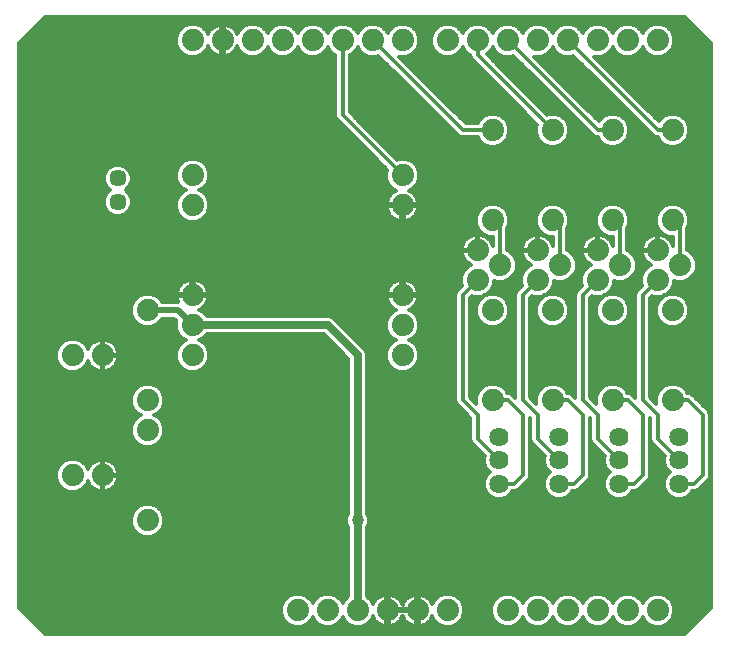
<source format=gbl>
G75*
G70*
%OFA0B0*%
%FSLAX24Y24*%
%IPPOS*%
%LPD*%
%AMOC8*
5,1,8,0,0,1.08239X$1,22.5*
%
%ADD10C,0.0740*%
%ADD11C,0.0640*%
%ADD12C,0.0570*%
%ADD13C,0.0120*%
%ADD14C,0.0250*%
%ADD15C,0.0400*%
%ADD16C,0.0200*%
D10*
X008252Y005660D03*
X009252Y005660D03*
X010752Y004160D03*
X010752Y007160D03*
X010752Y008160D03*
X009252Y009660D03*
X008252Y009660D03*
X010752Y011160D03*
X012252Y010660D03*
X012252Y011660D03*
X012252Y009660D03*
X012252Y014660D03*
X012252Y015660D03*
X012252Y020160D03*
X013252Y020160D03*
X014252Y020160D03*
X015252Y020160D03*
X016252Y020160D03*
X017252Y020160D03*
X018252Y020160D03*
X019252Y020160D03*
X020752Y020160D03*
X021752Y020160D03*
X022752Y020160D03*
X023752Y020160D03*
X024752Y020160D03*
X025752Y020160D03*
X026752Y020160D03*
X027752Y020160D03*
X028252Y017160D03*
X026252Y017160D03*
X024252Y017160D03*
X022252Y017160D03*
X019252Y015660D03*
X019252Y014660D03*
X021752Y013160D03*
X022502Y012660D03*
X021752Y012160D03*
X022252Y011160D03*
X023752Y012160D03*
X024502Y012660D03*
X023752Y013160D03*
X024252Y014160D03*
X025752Y013160D03*
X026502Y012660D03*
X025752Y012160D03*
X026252Y011160D03*
X027752Y012160D03*
X028502Y012660D03*
X027752Y013160D03*
X028252Y014160D03*
X026252Y014160D03*
X022252Y014160D03*
X019252Y011660D03*
X019252Y010660D03*
X019252Y009660D03*
X022252Y008160D03*
X024252Y008160D03*
X026252Y008160D03*
X028252Y008160D03*
X028252Y011160D03*
X024252Y011160D03*
X023752Y001160D03*
X022752Y001160D03*
X024752Y001160D03*
X025752Y001160D03*
X026752Y001160D03*
X027752Y001160D03*
X020752Y001160D03*
X019752Y001160D03*
X018752Y001160D03*
X017752Y001160D03*
X016752Y001160D03*
X015752Y001160D03*
D11*
X022469Y005373D03*
X022469Y006160D03*
X022469Y006947D03*
X024469Y006947D03*
X024469Y006160D03*
X024469Y005373D03*
X026469Y005373D03*
X026469Y006160D03*
X026469Y006947D03*
X028469Y006947D03*
X028469Y006160D03*
X028469Y005373D03*
D12*
X009752Y014766D03*
X009752Y015554D03*
D13*
X006472Y020069D02*
X006472Y001251D01*
X007343Y000380D01*
X028661Y000380D01*
X029532Y001251D01*
X029532Y020069D01*
X028661Y020940D01*
X007343Y020940D01*
X006472Y020069D01*
X006472Y020068D02*
X011702Y020068D01*
X011702Y020051D02*
X011786Y019848D01*
X011941Y019694D01*
X012143Y019610D01*
X012362Y019610D01*
X012564Y019694D01*
X012719Y019848D01*
X012762Y019954D01*
X012799Y019882D01*
X012848Y019815D01*
X012907Y019756D01*
X012975Y019707D01*
X013049Y019669D01*
X013128Y019643D01*
X013211Y019630D01*
X013212Y019630D01*
X013212Y020120D01*
X013292Y020120D01*
X013292Y019630D01*
X013294Y019630D01*
X013376Y019643D01*
X013456Y019669D01*
X013530Y019707D01*
X013598Y019756D01*
X013657Y019815D01*
X013706Y019882D01*
X013742Y019954D01*
X013786Y019848D01*
X013941Y019694D01*
X014143Y019610D01*
X014362Y019610D01*
X014564Y019694D01*
X014719Y019848D01*
X014752Y019930D01*
X014786Y019848D01*
X014941Y019694D01*
X015143Y019610D01*
X015362Y019610D01*
X015564Y019694D01*
X015719Y019848D01*
X015752Y019930D01*
X015786Y019848D01*
X015941Y019694D01*
X016143Y019610D01*
X016362Y019610D01*
X016564Y019694D01*
X016719Y019848D01*
X016752Y019930D01*
X016786Y019848D01*
X016941Y019694D01*
X017012Y019664D01*
X017012Y017612D01*
X017049Y017524D01*
X018732Y015841D01*
X018702Y015769D01*
X018702Y015551D01*
X018786Y015348D01*
X018941Y015194D01*
X019047Y015150D01*
X018975Y015113D01*
X018907Y015064D01*
X018848Y015005D01*
X018799Y014938D01*
X018761Y014863D01*
X018735Y014784D01*
X018722Y014702D01*
X018722Y014700D01*
X019212Y014700D01*
X019212Y014620D01*
X018722Y014620D01*
X018722Y014618D01*
X018735Y014536D01*
X018761Y014457D01*
X018799Y014382D01*
X018848Y014315D01*
X018907Y014256D01*
X018975Y014207D01*
X019049Y014169D01*
X019128Y014143D01*
X019211Y014130D01*
X019212Y014130D01*
X019212Y014620D01*
X019292Y014620D01*
X019292Y014130D01*
X019294Y014130D01*
X019376Y014143D01*
X021702Y014143D01*
X021702Y014051D02*
X021702Y014269D01*
X021786Y014472D01*
X021941Y014626D01*
X022143Y014710D01*
X022362Y014710D01*
X022564Y014626D01*
X022719Y014472D01*
X022802Y014269D01*
X022802Y014051D01*
X022742Y013906D01*
X022742Y013156D01*
X022814Y013126D01*
X022969Y012972D01*
X023052Y012769D01*
X023052Y012551D01*
X022969Y012348D01*
X022814Y012194D01*
X022612Y012110D01*
X022393Y012110D01*
X022302Y012148D01*
X022302Y012051D01*
X022219Y011848D01*
X022064Y011694D01*
X021862Y011610D01*
X021643Y011610D01*
X021571Y011640D01*
X021492Y011561D01*
X021492Y008259D01*
X021703Y008049D01*
X021702Y008051D01*
X021702Y008269D01*
X021786Y008472D01*
X021941Y008626D01*
X022143Y008710D01*
X022362Y008710D01*
X022564Y008626D01*
X022719Y008472D01*
X022748Y008400D01*
X022800Y008400D01*
X022888Y008363D01*
X023012Y008239D01*
X023012Y011708D01*
X023049Y011796D01*
X023116Y011863D01*
X023232Y011979D01*
X023202Y012051D01*
X023202Y012269D01*
X023286Y012472D01*
X023441Y012626D01*
X023547Y012670D01*
X023475Y012707D01*
X023407Y012756D01*
X023348Y012815D01*
X023299Y012882D01*
X023261Y012957D01*
X023235Y013036D01*
X023222Y013118D01*
X023222Y013140D01*
X023732Y013140D01*
X023732Y013180D01*
X023222Y013180D01*
X023222Y013202D01*
X023235Y013284D01*
X023261Y013363D01*
X023299Y013438D01*
X023348Y013505D01*
X023407Y013564D01*
X023475Y013613D01*
X023549Y013651D01*
X023628Y013677D01*
X023711Y013690D01*
X023732Y013690D01*
X023732Y013180D01*
X023772Y013180D01*
X023772Y013690D01*
X023794Y013690D01*
X023876Y013677D01*
X023956Y013651D01*
X024030Y013613D01*
X024098Y013564D01*
X024157Y013505D01*
X024206Y013438D01*
X024244Y013363D01*
X024262Y013305D01*
X024262Y013610D01*
X024143Y013610D01*
X023941Y013694D01*
X023786Y013848D01*
X023702Y014051D01*
X023702Y014269D01*
X023786Y014472D01*
X023941Y014626D01*
X024143Y014710D01*
X024362Y014710D01*
X024564Y014626D01*
X024719Y014472D01*
X024802Y014269D01*
X024802Y014051D01*
X024742Y013906D01*
X024742Y013156D01*
X024814Y013126D01*
X024969Y012972D01*
X025052Y012769D01*
X025052Y012551D01*
X024969Y012348D01*
X024814Y012194D01*
X024612Y012110D01*
X024393Y012110D01*
X024302Y012148D01*
X024302Y012051D01*
X024219Y011848D01*
X024064Y011694D01*
X023862Y011610D01*
X023643Y011610D01*
X023571Y011640D01*
X023492Y011561D01*
X023492Y008259D01*
X023703Y008049D01*
X023702Y008051D01*
X023702Y008269D01*
X023786Y008472D01*
X023941Y008626D01*
X024143Y008710D01*
X024362Y008710D01*
X024564Y008626D01*
X024719Y008472D01*
X024748Y008400D01*
X024800Y008400D01*
X024888Y008363D01*
X025012Y008239D01*
X025012Y011708D01*
X025049Y011796D01*
X025116Y011863D01*
X025232Y011979D01*
X025202Y012051D01*
X025202Y012269D01*
X025286Y012472D01*
X025441Y012626D01*
X025547Y012670D01*
X025475Y012707D01*
X025407Y012756D01*
X025348Y012815D01*
X025299Y012882D01*
X025261Y012957D01*
X025235Y013036D01*
X025222Y013118D01*
X025222Y013140D01*
X025732Y013140D01*
X025732Y013180D01*
X025222Y013180D01*
X025222Y013202D01*
X025235Y013284D01*
X025261Y013363D01*
X025299Y013438D01*
X025348Y013505D01*
X025407Y013564D01*
X025475Y013613D01*
X025549Y013651D01*
X025628Y013677D01*
X025711Y013690D01*
X025732Y013690D01*
X025732Y013180D01*
X025772Y013180D01*
X025772Y013690D01*
X025794Y013690D01*
X025876Y013677D01*
X025956Y013651D01*
X026030Y013613D01*
X026098Y013564D01*
X026157Y013505D01*
X026206Y013438D01*
X026244Y013363D01*
X026262Y013305D01*
X026262Y013610D01*
X026143Y013610D01*
X025941Y013694D01*
X025786Y013848D01*
X025702Y014051D01*
X025702Y014269D01*
X025786Y014472D01*
X025941Y014626D01*
X026143Y014710D01*
X026362Y014710D01*
X026564Y014626D01*
X026719Y014472D01*
X026802Y014269D01*
X026802Y014051D01*
X026742Y013906D01*
X026742Y013156D01*
X026814Y013126D01*
X026969Y012972D01*
X027052Y012769D01*
X027052Y012551D01*
X026969Y012348D01*
X026814Y012194D01*
X026612Y012110D01*
X026393Y012110D01*
X026302Y012148D01*
X026302Y012051D01*
X026219Y011848D01*
X026064Y011694D01*
X025862Y011610D01*
X025643Y011610D01*
X025571Y011640D01*
X025492Y011561D01*
X025492Y008259D01*
X025703Y008049D01*
X025702Y008051D01*
X025702Y008269D01*
X025786Y008472D01*
X025941Y008626D01*
X026143Y008710D01*
X026362Y008710D01*
X026564Y008626D01*
X026719Y008472D01*
X026748Y008400D01*
X026800Y008400D01*
X026888Y008363D01*
X027012Y008239D01*
X027012Y011708D01*
X027049Y011796D01*
X027116Y011863D01*
X027116Y011863D01*
X027232Y011979D01*
X027202Y012051D01*
X027202Y012269D01*
X027286Y012472D01*
X027441Y012626D01*
X027547Y012670D01*
X027475Y012707D01*
X027407Y012756D01*
X027348Y012815D01*
X027299Y012882D01*
X027261Y012957D01*
X027235Y013036D01*
X027222Y013118D01*
X027222Y013140D01*
X027732Y013140D01*
X027732Y013180D01*
X027222Y013180D01*
X027222Y013202D01*
X027235Y013284D01*
X027261Y013363D01*
X027299Y013438D01*
X027348Y013505D01*
X027407Y013564D01*
X027475Y013613D01*
X027549Y013651D01*
X027628Y013677D01*
X027711Y013690D01*
X027732Y013690D01*
X027732Y013180D01*
X027772Y013180D01*
X027772Y013690D01*
X027794Y013690D01*
X027876Y013677D01*
X027956Y013651D01*
X028030Y013613D01*
X028098Y013564D01*
X028157Y013505D01*
X028206Y013438D01*
X028244Y013363D01*
X028262Y013305D01*
X028262Y013610D01*
X028143Y013610D01*
X027941Y013694D01*
X027786Y013848D01*
X027702Y014051D01*
X027702Y014269D01*
X027786Y014472D01*
X027941Y014626D01*
X028143Y014710D01*
X028362Y014710D01*
X028564Y014626D01*
X028719Y014472D01*
X028802Y014269D01*
X028802Y014051D01*
X028742Y013906D01*
X028742Y013156D01*
X028814Y013126D01*
X028969Y012972D01*
X029052Y012769D01*
X029052Y012551D01*
X028969Y012348D01*
X028814Y012194D01*
X028612Y012110D01*
X028393Y012110D01*
X028302Y012148D01*
X028302Y012051D01*
X028219Y011848D01*
X028064Y011694D01*
X027862Y011610D01*
X027643Y011610D01*
X027571Y011640D01*
X027492Y011561D01*
X027492Y008259D01*
X027703Y008049D01*
X027702Y008051D01*
X027702Y008269D01*
X027786Y008472D01*
X027941Y008626D01*
X028143Y008710D01*
X028362Y008710D01*
X028564Y008626D01*
X028719Y008472D01*
X028748Y008400D01*
X028800Y008400D01*
X028888Y008363D01*
X029388Y007863D01*
X029456Y007796D01*
X029492Y007708D01*
X029492Y005612D01*
X029456Y005524D01*
X029388Y005457D01*
X029101Y005169D01*
X029013Y005133D01*
X028911Y005133D01*
X028893Y005089D01*
X028752Y004949D01*
X028568Y004873D01*
X028369Y004873D01*
X028186Y004949D01*
X028045Y005089D01*
X027969Y005273D01*
X027969Y005472D01*
X028045Y005656D01*
X028155Y005766D01*
X028045Y005877D01*
X027969Y006061D01*
X027969Y006259D01*
X027987Y006303D01*
X027549Y006741D01*
X027512Y006829D01*
X027512Y007561D01*
X027492Y007581D01*
X027492Y005612D01*
X027456Y005524D01*
X027388Y005457D01*
X027101Y005169D01*
X027013Y005133D01*
X026911Y005133D01*
X026893Y005089D01*
X026752Y004949D01*
X026568Y004873D01*
X026369Y004873D01*
X026186Y004949D01*
X026045Y005089D01*
X025969Y005273D01*
X025969Y005472D01*
X026045Y005656D01*
X026155Y005766D01*
X026045Y005877D01*
X025969Y006061D01*
X025969Y006259D01*
X025987Y006303D01*
X025549Y006741D01*
X025512Y006829D01*
X025512Y007561D01*
X025492Y007581D01*
X025492Y005612D01*
X025456Y005524D01*
X025388Y005457D01*
X025101Y005169D01*
X025013Y005133D01*
X024911Y005133D01*
X024893Y005089D01*
X024752Y004949D01*
X024568Y004873D01*
X024369Y004873D01*
X024186Y004949D01*
X024045Y005089D01*
X023969Y005273D01*
X023969Y005472D01*
X024045Y005656D01*
X024155Y005766D01*
X024045Y005877D01*
X023969Y006061D01*
X023969Y006259D01*
X023987Y006303D01*
X023549Y006741D01*
X023512Y006829D01*
X023512Y007561D01*
X023492Y007581D01*
X023492Y005612D01*
X023456Y005524D01*
X023388Y005457D01*
X023101Y005169D01*
X023013Y005133D01*
X022911Y005133D01*
X022893Y005089D01*
X022752Y004949D01*
X022568Y004873D01*
X022369Y004873D01*
X022186Y004949D01*
X022045Y005089D01*
X021969Y005273D01*
X021969Y005472D01*
X022045Y005656D01*
X022155Y005766D01*
X022045Y005877D01*
X021969Y006061D01*
X021969Y006259D01*
X021987Y006303D01*
X021549Y006741D01*
X021512Y006829D01*
X021512Y007561D01*
X021049Y008024D01*
X021012Y008112D01*
X021012Y011708D01*
X021049Y011796D01*
X021116Y011863D01*
X021232Y011979D01*
X021202Y012051D01*
X021202Y012269D01*
X021286Y012472D01*
X021441Y012626D01*
X021547Y012670D01*
X021475Y012707D01*
X021407Y012756D01*
X021348Y012815D01*
X021299Y012882D01*
X021261Y012957D01*
X021235Y013036D01*
X021222Y013118D01*
X021222Y013140D01*
X021732Y013140D01*
X021732Y013180D01*
X021222Y013180D01*
X021222Y013202D01*
X021235Y013284D01*
X021261Y013363D01*
X021299Y013438D01*
X021348Y013505D01*
X021407Y013564D01*
X021475Y013613D01*
X021549Y013651D01*
X021628Y013677D01*
X021711Y013690D01*
X021732Y013690D01*
X021732Y013180D01*
X021772Y013180D01*
X021772Y013690D01*
X021794Y013690D01*
X021876Y013677D01*
X021956Y013651D01*
X022030Y013613D01*
X022098Y013564D01*
X022157Y013505D01*
X022206Y013438D01*
X022244Y013363D01*
X022262Y013305D01*
X022262Y013610D01*
X022143Y013610D01*
X021941Y013694D01*
X021786Y013848D01*
X021702Y014051D01*
X021713Y014025D02*
X006472Y014025D01*
X006472Y014143D02*
X012063Y014143D01*
X012143Y014110D02*
X012362Y014110D01*
X012564Y014194D01*
X012719Y014348D01*
X012802Y014551D01*
X012802Y014769D01*
X012719Y014972D01*
X012564Y015126D01*
X012482Y015160D01*
X012564Y015194D01*
X012719Y015348D01*
X012802Y015551D01*
X012802Y015769D01*
X012719Y015972D01*
X012564Y016126D01*
X012362Y016210D01*
X012143Y016210D01*
X011941Y016126D01*
X011786Y015972D01*
X011702Y015769D01*
X011702Y015551D01*
X011786Y015348D01*
X011941Y015194D01*
X012022Y015160D01*
X011941Y015126D01*
X011786Y014972D01*
X011702Y014769D01*
X011702Y014551D01*
X011786Y014348D01*
X011941Y014194D01*
X012143Y014110D01*
X012442Y014143D02*
X019128Y014143D01*
X019212Y014143D02*
X019292Y014143D01*
X019376Y014143D02*
X019456Y014169D01*
X019530Y014207D01*
X019598Y014256D01*
X019657Y014315D01*
X019706Y014382D01*
X019744Y014457D01*
X019769Y014536D01*
X019782Y014618D01*
X019782Y014620D01*
X019292Y014620D01*
X019292Y014700D01*
X019782Y014700D01*
X019782Y014702D01*
X019769Y014784D01*
X019744Y014863D01*
X019706Y014938D01*
X019657Y015005D01*
X019598Y015064D01*
X019530Y015113D01*
X019458Y015150D01*
X019564Y015194D01*
X019719Y015348D01*
X019802Y015551D01*
X019802Y015769D01*
X019719Y015972D01*
X019564Y016126D01*
X019362Y016210D01*
X019143Y016210D01*
X019071Y016180D01*
X017492Y017759D01*
X017492Y019664D01*
X017564Y019694D01*
X017719Y019848D01*
X017752Y019930D01*
X017786Y019848D01*
X017941Y019694D01*
X018143Y019610D01*
X018362Y019610D01*
X018433Y019640D01*
X021049Y017024D01*
X021116Y016957D01*
X021205Y016920D01*
X021756Y016920D01*
X021786Y016848D01*
X021941Y016694D01*
X022143Y016610D01*
X022362Y016610D01*
X022564Y016694D01*
X022719Y016848D01*
X022802Y017051D01*
X022802Y017269D01*
X022719Y017472D01*
X022564Y017626D01*
X022362Y017710D01*
X022143Y017710D01*
X021941Y017626D01*
X021786Y017472D01*
X021756Y017400D01*
X021352Y017400D01*
X019141Y019611D01*
X019143Y019610D01*
X019362Y019610D01*
X019564Y019694D01*
X019719Y019848D01*
X019802Y020051D01*
X019802Y020269D01*
X019719Y020472D01*
X019564Y020626D01*
X019362Y020710D01*
X019143Y020710D01*
X018941Y020626D01*
X018786Y020472D01*
X018752Y020390D01*
X018719Y020472D01*
X018564Y020626D01*
X018362Y020710D01*
X018143Y020710D01*
X017941Y020626D01*
X017786Y020472D01*
X017752Y020390D01*
X017719Y020472D01*
X017564Y020626D01*
X017362Y020710D01*
X017143Y020710D01*
X016941Y020626D01*
X016786Y020472D01*
X016752Y020390D01*
X016719Y020472D01*
X016564Y020626D01*
X016362Y020710D01*
X016143Y020710D01*
X015941Y020626D01*
X015786Y020472D01*
X015752Y020390D01*
X015719Y020472D01*
X015564Y020626D01*
X015362Y020710D01*
X015143Y020710D01*
X014941Y020626D01*
X014786Y020472D01*
X014752Y020390D01*
X014719Y020472D01*
X014564Y020626D01*
X014362Y020710D01*
X014143Y020710D01*
X013941Y020626D01*
X013786Y020472D01*
X013742Y020366D01*
X013706Y020438D01*
X013657Y020505D01*
X013598Y020564D01*
X013530Y020613D01*
X013456Y020651D01*
X013376Y020677D01*
X013294Y020690D01*
X013292Y020690D01*
X013292Y020200D01*
X013212Y020200D01*
X013212Y020690D01*
X013211Y020690D01*
X013128Y020677D01*
X013049Y020651D01*
X012975Y020613D01*
X012907Y020564D01*
X012848Y020505D01*
X012799Y020438D01*
X012762Y020366D01*
X012719Y020472D01*
X012564Y020626D01*
X012362Y020710D01*
X012143Y020710D01*
X011941Y020626D01*
X011786Y020472D01*
X011702Y020269D01*
X011702Y020051D01*
X011744Y019950D02*
X006472Y019950D01*
X006472Y019831D02*
X011804Y019831D01*
X011922Y019713D02*
X006472Y019713D01*
X006472Y019594D02*
X017012Y019594D01*
X017012Y019476D02*
X006472Y019476D01*
X006472Y019357D02*
X017012Y019357D01*
X017012Y019239D02*
X006472Y019239D01*
X006472Y019120D02*
X017012Y019120D01*
X017012Y019002D02*
X006472Y019002D01*
X006472Y018883D02*
X017012Y018883D01*
X017012Y018765D02*
X006472Y018765D01*
X006472Y018646D02*
X017012Y018646D01*
X017012Y018528D02*
X006472Y018528D01*
X006472Y018409D02*
X017012Y018409D01*
X017012Y018291D02*
X006472Y018291D01*
X006472Y018172D02*
X017012Y018172D01*
X017012Y018054D02*
X006472Y018054D01*
X006472Y017935D02*
X017012Y017935D01*
X017012Y017817D02*
X006472Y017817D01*
X006472Y017698D02*
X017012Y017698D01*
X017026Y017580D02*
X006472Y017580D01*
X006472Y017461D02*
X017112Y017461D01*
X017230Y017343D02*
X006472Y017343D01*
X006472Y017224D02*
X017349Y017224D01*
X017467Y017106D02*
X006472Y017106D01*
X006472Y016987D02*
X017586Y016987D01*
X017704Y016869D02*
X006472Y016869D01*
X006472Y016750D02*
X017823Y016750D01*
X017941Y016632D02*
X006472Y016632D01*
X006472Y016513D02*
X018060Y016513D01*
X018178Y016395D02*
X006472Y016395D01*
X006472Y016276D02*
X018297Y016276D01*
X018415Y016158D02*
X012488Y016158D01*
X012651Y016039D02*
X018534Y016039D01*
X018652Y015921D02*
X012740Y015921D01*
X012789Y015802D02*
X018716Y015802D01*
X018702Y015684D02*
X012802Y015684D01*
X012802Y015565D02*
X018702Y015565D01*
X018745Y015447D02*
X012759Y015447D01*
X012698Y015328D02*
X018807Y015328D01*
X018925Y015210D02*
X012580Y015210D01*
X012599Y015091D02*
X018944Y015091D01*
X018824Y014973D02*
X012718Y014973D01*
X012767Y014854D02*
X018758Y014854D01*
X018728Y014736D02*
X012802Y014736D01*
X012802Y014617D02*
X018723Y014617D01*
X018748Y014499D02*
X012781Y014499D01*
X012732Y014380D02*
X018801Y014380D01*
X018901Y014262D02*
X012632Y014262D01*
X011873Y014262D02*
X006472Y014262D01*
X006472Y014380D02*
X009481Y014380D01*
X009489Y014372D02*
X009660Y014301D01*
X009845Y014301D01*
X010016Y014372D01*
X010147Y014503D01*
X010217Y014674D01*
X010217Y014859D01*
X010147Y015030D01*
X010016Y015160D01*
X010147Y015290D01*
X010217Y015461D01*
X010217Y015646D01*
X010147Y015817D01*
X010016Y015948D01*
X009845Y016019D01*
X009660Y016019D01*
X009489Y015948D01*
X009358Y015817D01*
X009287Y015646D01*
X009287Y015461D01*
X009358Y015290D01*
X009488Y015160D01*
X009358Y015030D01*
X009287Y014859D01*
X009287Y014674D01*
X009358Y014503D01*
X009489Y014372D01*
X009363Y014499D02*
X006472Y014499D01*
X006472Y014617D02*
X009311Y014617D01*
X009287Y014736D02*
X006472Y014736D01*
X006472Y014854D02*
X009287Y014854D01*
X009334Y014973D02*
X006472Y014973D01*
X006472Y015091D02*
X009419Y015091D01*
X009439Y015210D02*
X006472Y015210D01*
X006472Y015328D02*
X009343Y015328D01*
X009293Y015447D02*
X006472Y015447D01*
X006472Y015565D02*
X009287Y015565D01*
X009303Y015684D02*
X006472Y015684D01*
X006472Y015802D02*
X009352Y015802D01*
X009462Y015921D02*
X006472Y015921D01*
X006472Y016039D02*
X011854Y016039D01*
X011765Y015921D02*
X010043Y015921D01*
X010153Y015802D02*
X011716Y015802D01*
X011702Y015684D02*
X010202Y015684D01*
X010217Y015565D02*
X011702Y015565D01*
X011745Y015447D02*
X010211Y015447D01*
X010162Y015328D02*
X011807Y015328D01*
X011925Y015210D02*
X010066Y015210D01*
X010085Y015091D02*
X011906Y015091D01*
X011787Y014973D02*
X010170Y014973D01*
X010217Y014854D02*
X011737Y014854D01*
X011702Y014736D02*
X010217Y014736D01*
X010194Y014617D02*
X011702Y014617D01*
X011724Y014499D02*
X010142Y014499D01*
X010024Y014380D02*
X011773Y014380D01*
X012016Y016158D02*
X006472Y016158D01*
X006472Y013906D02*
X021762Y013906D01*
X021847Y013788D02*
X006472Y013788D01*
X006472Y013669D02*
X021604Y013669D01*
X021732Y013669D02*
X021772Y013669D01*
X021772Y013551D02*
X021732Y013551D01*
X021732Y013432D02*
X021772Y013432D01*
X021772Y013314D02*
X021732Y013314D01*
X021732Y013195D02*
X021772Y013195D01*
X021245Y013314D02*
X006472Y013314D01*
X006472Y013432D02*
X021296Y013432D01*
X021393Y013551D02*
X006472Y013551D01*
X006472Y013195D02*
X021222Y013195D01*
X021229Y013077D02*
X006472Y013077D01*
X006472Y012958D02*
X021261Y012958D01*
X021330Y012840D02*
X006472Y012840D01*
X006472Y012721D02*
X021455Y012721D01*
X021417Y012603D02*
X006472Y012603D01*
X006472Y012484D02*
X021299Y012484D01*
X021242Y012366D02*
X006472Y012366D01*
X006472Y012247D02*
X021202Y012247D01*
X021202Y012129D02*
X019500Y012129D01*
X019530Y012113D02*
X019456Y012151D01*
X019376Y012177D01*
X019294Y012190D01*
X019292Y012190D01*
X019292Y011700D01*
X019212Y011700D01*
X019212Y011620D01*
X018722Y011620D01*
X018722Y011618D01*
X018735Y011536D01*
X012769Y011536D01*
X012782Y011618D01*
X012782Y011620D01*
X012292Y011620D01*
X012292Y011700D01*
X012212Y011700D01*
X012212Y011620D01*
X011722Y011620D01*
X011722Y011618D01*
X011735Y011536D01*
X011154Y011536D01*
X011219Y011472D02*
X011232Y011440D01*
X011770Y011440D01*
X011761Y011457D01*
X011735Y011536D01*
X011722Y011700D02*
X012212Y011700D01*
X012212Y012190D01*
X012211Y012190D01*
X012128Y012177D01*
X012049Y012151D01*
X011975Y012113D01*
X011907Y012064D01*
X011848Y012005D01*
X011799Y011938D01*
X011761Y011863D01*
X011735Y011784D01*
X011722Y011702D01*
X011722Y011700D01*
X011734Y011773D02*
X006472Y011773D01*
X006472Y011655D02*
X010509Y011655D01*
X010441Y011626D02*
X010286Y011472D01*
X010202Y011269D01*
X010202Y011051D01*
X010286Y010848D01*
X010441Y010694D01*
X010643Y010610D01*
X010862Y010610D01*
X011064Y010694D01*
X011219Y010848D01*
X011232Y010880D01*
X011636Y010880D01*
X011715Y010801D01*
X011702Y010769D01*
X011702Y010551D01*
X011786Y010348D01*
X011941Y010194D01*
X012022Y010160D01*
X011941Y010126D01*
X011786Y009972D01*
X011702Y009769D01*
X011702Y009551D01*
X011786Y009348D01*
X011941Y009194D01*
X012143Y009110D01*
X012362Y009110D01*
X012564Y009194D01*
X012719Y009348D01*
X012802Y009551D01*
X012802Y009769D01*
X012719Y009972D01*
X012564Y010126D01*
X012482Y010160D01*
X012564Y010194D01*
X012719Y010348D01*
X012721Y010355D01*
X016626Y010355D01*
X017447Y009534D01*
X017447Y004392D01*
X017430Y004375D01*
X017372Y004236D01*
X017372Y004084D01*
X017430Y003945D01*
X017447Y003928D01*
X017447Y001629D01*
X017441Y001626D01*
X017286Y001472D01*
X017252Y001390D01*
X017219Y001472D01*
X017064Y001626D01*
X016862Y001710D01*
X016643Y001710D01*
X016441Y001626D01*
X016286Y001472D01*
X016252Y001390D01*
X016219Y001472D01*
X016064Y001626D01*
X015862Y001710D01*
X015643Y001710D01*
X015441Y001626D01*
X015286Y001472D01*
X015202Y001269D01*
X015202Y001051D01*
X015286Y000848D01*
X015441Y000694D01*
X015643Y000610D01*
X015862Y000610D01*
X016064Y000694D01*
X016219Y000848D01*
X016252Y000930D01*
X016286Y000848D01*
X016441Y000694D01*
X016643Y000610D01*
X016862Y000610D01*
X017064Y000694D01*
X017219Y000848D01*
X017252Y000930D01*
X017286Y000848D01*
X017441Y000694D01*
X017643Y000610D01*
X017862Y000610D01*
X018064Y000694D01*
X018219Y000848D01*
X018262Y000954D01*
X018299Y000882D01*
X018348Y000815D01*
X018407Y000756D01*
X018475Y000707D01*
X018549Y000669D01*
X018628Y000643D01*
X018711Y000630D01*
X018712Y000630D01*
X018712Y001120D01*
X018792Y001120D01*
X018792Y000630D01*
X018794Y000630D01*
X018876Y000643D01*
X018956Y000669D01*
X019030Y000707D01*
X019098Y000756D01*
X019157Y000815D01*
X019206Y000882D01*
X019244Y000957D01*
X019252Y000984D01*
X019261Y000957D01*
X019299Y000882D01*
X019348Y000815D01*
X019407Y000756D01*
X019475Y000707D01*
X019549Y000669D01*
X019628Y000643D01*
X019711Y000630D01*
X019712Y000630D01*
X019712Y001120D01*
X019222Y001120D01*
X018792Y001120D01*
X018792Y001200D01*
X018712Y001200D01*
X018712Y001690D01*
X018711Y001690D01*
X018628Y001677D01*
X018549Y001651D01*
X018475Y001613D01*
X018407Y001564D01*
X018348Y001505D01*
X018299Y001438D01*
X018262Y001366D01*
X018219Y001472D01*
X018064Y001626D01*
X018057Y001629D01*
X018057Y003928D01*
X018075Y003945D01*
X018132Y004084D01*
X018132Y004236D01*
X018075Y004375D01*
X018057Y004392D01*
X018057Y009721D01*
X018011Y009833D01*
X017011Y010833D01*
X016925Y010919D01*
X016813Y010965D01*
X012721Y010965D01*
X012719Y010972D01*
X012564Y011126D01*
X012458Y011170D01*
X012530Y011207D01*
X012598Y011256D01*
X012657Y011315D01*
X012706Y011382D01*
X012744Y011457D01*
X012769Y011536D01*
X012724Y011418D02*
X018781Y011418D01*
X018799Y011382D02*
X018848Y011315D01*
X018907Y011256D01*
X018975Y011207D01*
X019047Y011170D01*
X018941Y011126D01*
X018786Y010972D01*
X018702Y010769D01*
X018702Y010551D01*
X018786Y010348D01*
X018941Y010194D01*
X019022Y010160D01*
X018941Y010126D01*
X018786Y009972D01*
X018702Y009769D01*
X018702Y009551D01*
X018786Y009348D01*
X018941Y009194D01*
X019143Y009110D01*
X019362Y009110D01*
X019564Y009194D01*
X019719Y009348D01*
X019802Y009551D01*
X019802Y009769D01*
X019719Y009972D01*
X019564Y010126D01*
X019482Y010160D01*
X019564Y010194D01*
X019719Y010348D01*
X019802Y010551D01*
X019802Y010769D01*
X019719Y010972D01*
X019564Y011126D01*
X019458Y011170D01*
X019530Y011207D01*
X019598Y011256D01*
X019657Y011315D01*
X019706Y011382D01*
X019744Y011457D01*
X019769Y011536D01*
X019782Y011618D01*
X019782Y011620D01*
X019292Y011620D01*
X019292Y011700D01*
X019782Y011700D01*
X019782Y011702D01*
X019769Y011784D01*
X019744Y011863D01*
X019706Y011938D01*
X019657Y012005D01*
X019598Y012064D01*
X019530Y012113D01*
X019652Y012010D02*
X021219Y012010D01*
X021144Y011892D02*
X019729Y011892D01*
X019771Y011773D02*
X021039Y011773D01*
X021012Y011655D02*
X019292Y011655D01*
X019212Y011655D02*
X012292Y011655D01*
X012292Y011700D02*
X012782Y011700D01*
X012782Y011702D01*
X012769Y011784D01*
X012744Y011863D01*
X012706Y011938D01*
X012657Y012005D01*
X012598Y012064D01*
X012530Y012113D01*
X012456Y012151D01*
X012376Y012177D01*
X012294Y012190D01*
X012292Y012190D01*
X012292Y011700D01*
X012292Y011773D02*
X012212Y011773D01*
X012212Y011655D02*
X010996Y011655D01*
X011064Y011626D02*
X010862Y011710D01*
X010643Y011710D01*
X010441Y011626D01*
X010351Y011536D02*
X006472Y011536D01*
X006472Y011418D02*
X010264Y011418D01*
X010215Y011299D02*
X006472Y011299D01*
X006472Y011181D02*
X010202Y011181D01*
X010202Y011062D02*
X006472Y011062D01*
X006472Y010944D02*
X010247Y010944D01*
X010310Y010825D02*
X006472Y010825D01*
X006472Y010707D02*
X010428Y010707D01*
X011077Y010707D02*
X011702Y010707D01*
X011691Y010825D02*
X011195Y010825D01*
X011702Y010588D02*
X006472Y010588D01*
X006472Y010470D02*
X011736Y010470D01*
X011785Y010351D02*
X006472Y010351D01*
X006472Y010233D02*
X011902Y010233D01*
X011929Y010114D02*
X009529Y010114D01*
X009530Y010113D02*
X009456Y010151D01*
X009376Y010177D01*
X009294Y010190D01*
X009272Y010190D01*
X009272Y009680D01*
X009232Y009680D01*
X009232Y010190D01*
X009211Y010190D01*
X009128Y010177D01*
X009049Y010151D01*
X008975Y010113D01*
X008907Y010064D01*
X008848Y010005D01*
X008799Y009938D01*
X008762Y009866D01*
X008719Y009972D01*
X008564Y010126D01*
X008362Y010210D01*
X008143Y010210D01*
X007941Y010126D01*
X007786Y009972D01*
X007702Y009769D01*
X007702Y009551D01*
X007786Y009348D01*
X007941Y009194D01*
X008143Y009110D01*
X008362Y009110D01*
X008564Y009194D01*
X008719Y009348D01*
X008762Y009454D01*
X008799Y009382D01*
X008848Y009315D01*
X008907Y009256D01*
X008975Y009207D01*
X009049Y009169D01*
X009128Y009143D01*
X009211Y009130D01*
X009232Y009130D01*
X009232Y009640D01*
X009272Y009640D01*
X009272Y009130D01*
X009294Y009130D01*
X009376Y009143D01*
X009456Y009169D01*
X009530Y009207D01*
X009598Y009256D01*
X009657Y009315D01*
X009706Y009382D01*
X009744Y009457D01*
X009769Y009536D01*
X009782Y009618D01*
X009782Y009640D01*
X009272Y009640D01*
X011702Y009640D01*
X011702Y009759D02*
X009773Y009759D01*
X009769Y009784D02*
X009744Y009863D01*
X009706Y009938D01*
X009657Y010005D01*
X009598Y010064D01*
X009530Y010113D01*
X009664Y009996D02*
X011810Y009996D01*
X011747Y009877D02*
X009737Y009877D01*
X009769Y009784D02*
X009782Y009702D01*
X009782Y009680D01*
X009272Y009680D01*
X009272Y009640D01*
X009272Y009522D02*
X009232Y009522D01*
X009232Y009403D02*
X009272Y009403D01*
X009272Y009285D02*
X009232Y009285D01*
X009232Y009166D02*
X009272Y009166D01*
X009447Y009166D02*
X012008Y009166D01*
X011850Y009285D02*
X009626Y009285D01*
X009716Y009403D02*
X011763Y009403D01*
X011714Y009522D02*
X009765Y009522D01*
X009272Y009759D02*
X009232Y009759D01*
X009232Y009877D02*
X009272Y009877D01*
X009272Y009996D02*
X009232Y009996D01*
X009232Y010114D02*
X009272Y010114D01*
X008976Y010114D02*
X008576Y010114D01*
X008695Y009996D02*
X008841Y009996D01*
X008768Y009877D02*
X008758Y009877D01*
X008741Y009403D02*
X008788Y009403D01*
X008878Y009285D02*
X008655Y009285D01*
X008497Y009166D02*
X009058Y009166D01*
X008008Y009166D02*
X006472Y009166D01*
X006472Y009048D02*
X017447Y009048D01*
X017447Y009166D02*
X012497Y009166D01*
X012655Y009285D02*
X017447Y009285D01*
X017447Y009403D02*
X012741Y009403D01*
X012790Y009522D02*
X017447Y009522D01*
X017341Y009640D02*
X012802Y009640D01*
X012802Y009759D02*
X017223Y009759D01*
X017104Y009877D02*
X012758Y009877D01*
X012695Y009996D02*
X016986Y009996D01*
X016867Y010114D02*
X012576Y010114D01*
X012603Y010233D02*
X016749Y010233D01*
X016630Y010351D02*
X012720Y010351D01*
X012628Y011062D02*
X018877Y011062D01*
X018774Y010944D02*
X016865Y010944D01*
X017011Y010833D02*
X017011Y010833D01*
X017019Y010825D02*
X018725Y010825D01*
X018702Y010707D02*
X017137Y010707D01*
X017256Y010588D02*
X018702Y010588D01*
X018736Y010470D02*
X017374Y010470D01*
X017493Y010351D02*
X018785Y010351D01*
X018902Y010233D02*
X017611Y010233D01*
X017730Y010114D02*
X018929Y010114D01*
X018810Y009996D02*
X017848Y009996D01*
X017967Y009877D02*
X018747Y009877D01*
X018702Y009759D02*
X018042Y009759D01*
X018057Y009640D02*
X018702Y009640D01*
X018714Y009522D02*
X018057Y009522D01*
X018057Y009403D02*
X018763Y009403D01*
X018850Y009285D02*
X018057Y009285D01*
X018057Y009166D02*
X019008Y009166D01*
X019497Y009166D02*
X021012Y009166D01*
X021012Y009048D02*
X018057Y009048D01*
X018057Y008929D02*
X021012Y008929D01*
X021012Y008811D02*
X018057Y008811D01*
X018057Y008692D02*
X021012Y008692D01*
X021012Y008574D02*
X018057Y008574D01*
X018057Y008455D02*
X021012Y008455D01*
X021012Y008337D02*
X018057Y008337D01*
X018057Y008218D02*
X021012Y008218D01*
X021018Y008100D02*
X018057Y008100D01*
X018057Y007981D02*
X021092Y007981D01*
X021210Y007863D02*
X018057Y007863D01*
X018057Y007744D02*
X021329Y007744D01*
X021447Y007626D02*
X018057Y007626D01*
X018057Y007507D02*
X021512Y007507D01*
X021512Y007389D02*
X018057Y007389D01*
X018057Y007270D02*
X021512Y007270D01*
X021512Y007152D02*
X018057Y007152D01*
X018057Y007033D02*
X021512Y007033D01*
X021512Y006915D02*
X018057Y006915D01*
X018057Y006796D02*
X021526Y006796D01*
X021612Y006678D02*
X018057Y006678D01*
X018057Y006559D02*
X021730Y006559D01*
X021849Y006441D02*
X018057Y006441D01*
X018057Y006322D02*
X021967Y006322D01*
X021969Y006204D02*
X018057Y006204D01*
X018057Y006085D02*
X021969Y006085D01*
X022008Y005967D02*
X018057Y005967D01*
X018057Y005848D02*
X022074Y005848D01*
X022119Y005730D02*
X018057Y005730D01*
X018057Y005611D02*
X022026Y005611D01*
X021977Y005493D02*
X018057Y005493D01*
X018057Y005374D02*
X021969Y005374D01*
X021976Y005256D02*
X018057Y005256D01*
X018057Y005137D02*
X022025Y005137D01*
X022116Y005019D02*
X018057Y005019D01*
X018057Y004900D02*
X022303Y004900D01*
X022635Y004900D02*
X024303Y004900D01*
X024116Y005019D02*
X022822Y005019D01*
X023023Y005137D02*
X024025Y005137D01*
X023976Y005256D02*
X023187Y005256D01*
X023306Y005374D02*
X023969Y005374D01*
X023977Y005493D02*
X023424Y005493D01*
X023492Y005611D02*
X024026Y005611D01*
X024119Y005730D02*
X023492Y005730D01*
X023492Y005848D02*
X024074Y005848D01*
X024008Y005967D02*
X023492Y005967D01*
X023492Y006085D02*
X023969Y006085D01*
X023969Y006204D02*
X023492Y006204D01*
X023492Y006322D02*
X023967Y006322D01*
X023849Y006441D02*
X023492Y006441D01*
X023492Y006559D02*
X023730Y006559D01*
X023612Y006678D02*
X023492Y006678D01*
X023492Y006796D02*
X023526Y006796D01*
X023512Y006915D02*
X023492Y006915D01*
X023492Y007033D02*
X023512Y007033D01*
X023512Y007152D02*
X023492Y007152D01*
X023492Y007270D02*
X023512Y007270D01*
X023512Y007389D02*
X023492Y007389D01*
X023492Y007507D02*
X023512Y007507D01*
X023752Y007660D02*
X023752Y006877D01*
X024469Y006160D01*
X025252Y005660D02*
X025252Y007660D01*
X024752Y008160D01*
X024252Y008160D01*
X023888Y008574D02*
X023492Y008574D01*
X023492Y008692D02*
X024100Y008692D01*
X024405Y008692D02*
X025012Y008692D01*
X025012Y008574D02*
X024617Y008574D01*
X024725Y008455D02*
X025012Y008455D01*
X025012Y008337D02*
X024915Y008337D01*
X025252Y008160D02*
X025752Y007660D01*
X025752Y006877D01*
X026469Y006160D01*
X026008Y005967D02*
X025492Y005967D01*
X025492Y006085D02*
X025969Y006085D01*
X025969Y006204D02*
X025492Y006204D01*
X025492Y006322D02*
X025967Y006322D01*
X025849Y006441D02*
X025492Y006441D01*
X025492Y006559D02*
X025730Y006559D01*
X025612Y006678D02*
X025492Y006678D01*
X025492Y006796D02*
X025526Y006796D01*
X025512Y006915D02*
X025492Y006915D01*
X025492Y007033D02*
X025512Y007033D01*
X025512Y007152D02*
X025492Y007152D01*
X025492Y007270D02*
X025512Y007270D01*
X025512Y007389D02*
X025492Y007389D01*
X025492Y007507D02*
X025512Y007507D01*
X025652Y008100D02*
X025702Y008100D01*
X025702Y008218D02*
X025534Y008218D01*
X025492Y008337D02*
X025730Y008337D01*
X025779Y008455D02*
X025492Y008455D01*
X025492Y008574D02*
X025888Y008574D01*
X026100Y008692D02*
X025492Y008692D01*
X025492Y008811D02*
X027012Y008811D01*
X027012Y008929D02*
X025492Y008929D01*
X025492Y009048D02*
X027012Y009048D01*
X027012Y009166D02*
X025492Y009166D01*
X025492Y009285D02*
X027012Y009285D01*
X027012Y009403D02*
X025492Y009403D01*
X025492Y009522D02*
X027012Y009522D01*
X027012Y009640D02*
X025492Y009640D01*
X025492Y009759D02*
X027012Y009759D01*
X027012Y009877D02*
X025492Y009877D01*
X025492Y009996D02*
X027012Y009996D01*
X027012Y010114D02*
X025492Y010114D01*
X025492Y010233D02*
X027012Y010233D01*
X027012Y010351D02*
X025492Y010351D01*
X025492Y010470D02*
X027012Y010470D01*
X027012Y010588D02*
X025492Y010588D01*
X025492Y010707D02*
X025928Y010707D01*
X025941Y010694D02*
X026143Y010610D01*
X026362Y010610D01*
X026564Y010694D01*
X026719Y010848D01*
X026802Y011051D01*
X026802Y011269D01*
X026719Y011472D01*
X026564Y011626D01*
X026362Y011710D01*
X026143Y011710D01*
X025941Y011626D01*
X025786Y011472D01*
X025702Y011269D01*
X025702Y011051D01*
X025786Y010848D01*
X025941Y010694D01*
X025810Y010825D02*
X025492Y010825D01*
X025492Y010944D02*
X025747Y010944D01*
X025702Y011062D02*
X025492Y011062D01*
X025492Y011181D02*
X025702Y011181D01*
X025715Y011299D02*
X025492Y011299D01*
X025492Y011418D02*
X025764Y011418D01*
X025851Y011536D02*
X025492Y011536D01*
X025252Y011660D02*
X025252Y008160D01*
X025012Y008811D02*
X023492Y008811D01*
X023492Y008929D02*
X025012Y008929D01*
X025012Y009048D02*
X023492Y009048D01*
X023492Y009166D02*
X025012Y009166D01*
X025012Y009285D02*
X023492Y009285D01*
X023492Y009403D02*
X025012Y009403D01*
X025012Y009522D02*
X023492Y009522D01*
X023492Y009640D02*
X025012Y009640D01*
X025012Y009759D02*
X023492Y009759D01*
X023492Y009877D02*
X025012Y009877D01*
X025012Y009996D02*
X023492Y009996D01*
X023492Y010114D02*
X025012Y010114D01*
X025012Y010233D02*
X023492Y010233D01*
X023492Y010351D02*
X025012Y010351D01*
X025012Y010470D02*
X023492Y010470D01*
X023492Y010588D02*
X025012Y010588D01*
X025012Y010707D02*
X024577Y010707D01*
X024564Y010694D02*
X024719Y010848D01*
X024802Y011051D01*
X024802Y011269D01*
X024719Y011472D01*
X024564Y011626D01*
X024362Y011710D01*
X024143Y011710D01*
X023941Y011626D01*
X023786Y011472D01*
X023702Y011269D01*
X023702Y011051D01*
X023786Y010848D01*
X023941Y010694D01*
X024143Y010610D01*
X024362Y010610D01*
X024564Y010694D01*
X024695Y010825D02*
X025012Y010825D01*
X025012Y010944D02*
X024758Y010944D01*
X024802Y011062D02*
X025012Y011062D01*
X025012Y011181D02*
X024802Y011181D01*
X024790Y011299D02*
X025012Y011299D01*
X025012Y011418D02*
X024741Y011418D01*
X024654Y011536D02*
X025012Y011536D01*
X025012Y011655D02*
X024496Y011655D01*
X024236Y011892D02*
X025144Y011892D01*
X025219Y012010D02*
X024286Y012010D01*
X024302Y012129D02*
X024348Y012129D01*
X024656Y012129D02*
X025202Y012129D01*
X025202Y012247D02*
X024867Y012247D01*
X024976Y012366D02*
X025242Y012366D01*
X025299Y012484D02*
X025025Y012484D01*
X025052Y012603D02*
X025417Y012603D01*
X025455Y012721D02*
X025052Y012721D01*
X025023Y012840D02*
X025330Y012840D01*
X025261Y012958D02*
X024974Y012958D01*
X024864Y013077D02*
X025229Y013077D01*
X025222Y013195D02*
X024742Y013195D01*
X024742Y013314D02*
X025245Y013314D01*
X025296Y013432D02*
X024742Y013432D01*
X024742Y013551D02*
X025393Y013551D01*
X025604Y013669D02*
X024742Y013669D01*
X024742Y013788D02*
X025847Y013788D01*
X025901Y013669D02*
X026000Y013669D01*
X026111Y013551D02*
X026262Y013551D01*
X026262Y013432D02*
X026209Y013432D01*
X026260Y013314D02*
X026262Y013314D01*
X025772Y013314D02*
X025732Y013314D01*
X025732Y013432D02*
X025772Y013432D01*
X025772Y013551D02*
X025732Y013551D01*
X025732Y013669D02*
X025772Y013669D01*
X025762Y013906D02*
X024742Y013906D01*
X024792Y014025D02*
X025713Y014025D01*
X025702Y014143D02*
X024802Y014143D01*
X024802Y014262D02*
X025702Y014262D01*
X025748Y014380D02*
X024757Y014380D01*
X024692Y014499D02*
X025813Y014499D01*
X025932Y014617D02*
X024573Y014617D01*
X024252Y014160D02*
X024502Y013910D01*
X024502Y012660D01*
X023752Y012160D02*
X023252Y011660D01*
X023252Y008160D01*
X023752Y007660D01*
X023702Y008100D02*
X023652Y008100D01*
X023702Y008218D02*
X023534Y008218D01*
X023492Y008337D02*
X023730Y008337D01*
X023779Y008455D02*
X023492Y008455D01*
X023012Y008455D02*
X022725Y008455D01*
X022617Y008574D02*
X023012Y008574D01*
X023012Y008692D02*
X022405Y008692D01*
X022100Y008692D02*
X021492Y008692D01*
X021492Y008574D02*
X021888Y008574D01*
X021779Y008455D02*
X021492Y008455D01*
X021492Y008337D02*
X021730Y008337D01*
X021702Y008218D02*
X021534Y008218D01*
X021652Y008100D02*
X021702Y008100D01*
X021752Y007660D02*
X021252Y008160D01*
X021252Y011660D01*
X021752Y012160D01*
X022143Y011773D02*
X023039Y011773D01*
X023012Y011655D02*
X022496Y011655D01*
X022564Y011626D02*
X022362Y011710D01*
X022143Y011710D01*
X021941Y011626D01*
X021786Y011472D01*
X021702Y011269D01*
X021702Y011051D01*
X021786Y010848D01*
X021941Y010694D01*
X022143Y010610D01*
X022362Y010610D01*
X022564Y010694D01*
X022719Y010848D01*
X022802Y011051D01*
X022802Y011269D01*
X022719Y011472D01*
X022564Y011626D01*
X022654Y011536D02*
X023012Y011536D01*
X023012Y011418D02*
X022741Y011418D01*
X022790Y011299D02*
X023012Y011299D01*
X023012Y011181D02*
X022802Y011181D01*
X022802Y011062D02*
X023012Y011062D01*
X023012Y010944D02*
X022758Y010944D01*
X022695Y010825D02*
X023012Y010825D01*
X023012Y010707D02*
X022577Y010707D01*
X023012Y010588D02*
X021492Y010588D01*
X021492Y010470D02*
X023012Y010470D01*
X023012Y010351D02*
X021492Y010351D01*
X021492Y010233D02*
X023012Y010233D01*
X023012Y010114D02*
X021492Y010114D01*
X021492Y009996D02*
X023012Y009996D01*
X023012Y009877D02*
X021492Y009877D01*
X021492Y009759D02*
X023012Y009759D01*
X023012Y009640D02*
X021492Y009640D01*
X021492Y009522D02*
X023012Y009522D01*
X023012Y009403D02*
X021492Y009403D01*
X021492Y009285D02*
X023012Y009285D01*
X023012Y009166D02*
X021492Y009166D01*
X021492Y009048D02*
X023012Y009048D01*
X023012Y008929D02*
X021492Y008929D01*
X021492Y008811D02*
X023012Y008811D01*
X023012Y008337D02*
X022915Y008337D01*
X022752Y008160D02*
X023252Y007660D01*
X023252Y005660D01*
X022965Y005373D01*
X022469Y005373D01*
X022469Y006160D02*
X021752Y006877D01*
X021752Y007660D01*
X022252Y008160D02*
X022752Y008160D01*
X021012Y009285D02*
X019655Y009285D01*
X019741Y009403D02*
X021012Y009403D01*
X021012Y009522D02*
X019790Y009522D01*
X019802Y009640D02*
X021012Y009640D01*
X021012Y009759D02*
X019802Y009759D01*
X019758Y009877D02*
X021012Y009877D01*
X021012Y009996D02*
X019695Y009996D01*
X019576Y010114D02*
X021012Y010114D01*
X021012Y010233D02*
X019603Y010233D01*
X019720Y010351D02*
X021012Y010351D01*
X021012Y010470D02*
X019769Y010470D01*
X019802Y010588D02*
X021012Y010588D01*
X021012Y010707D02*
X019802Y010707D01*
X019779Y010825D02*
X021012Y010825D01*
X021012Y010944D02*
X019730Y010944D01*
X019628Y011062D02*
X021012Y011062D01*
X021012Y011181D02*
X019479Y011181D01*
X019641Y011299D02*
X021012Y011299D01*
X021012Y011418D02*
X019724Y011418D01*
X019769Y011536D02*
X021012Y011536D01*
X021492Y011536D02*
X021851Y011536D01*
X021764Y011418D02*
X021492Y011418D01*
X021492Y011299D02*
X021715Y011299D01*
X021702Y011181D02*
X021492Y011181D01*
X021492Y011062D02*
X021702Y011062D01*
X021747Y010944D02*
X021492Y010944D01*
X021492Y010825D02*
X021810Y010825D01*
X021928Y010707D02*
X021492Y010707D01*
X021969Y011655D02*
X022009Y011655D01*
X022236Y011892D02*
X023144Y011892D01*
X023219Y012010D02*
X022286Y012010D01*
X022302Y012129D02*
X022348Y012129D01*
X022656Y012129D02*
X023202Y012129D01*
X023202Y012247D02*
X022867Y012247D01*
X022976Y012366D02*
X023242Y012366D01*
X023299Y012484D02*
X023025Y012484D01*
X023052Y012603D02*
X023417Y012603D01*
X023455Y012721D02*
X023052Y012721D01*
X023023Y012840D02*
X023330Y012840D01*
X023261Y012958D02*
X022974Y012958D01*
X022864Y013077D02*
X023229Y013077D01*
X023222Y013195D02*
X022742Y013195D01*
X022742Y013314D02*
X023245Y013314D01*
X023296Y013432D02*
X022742Y013432D01*
X022742Y013551D02*
X023393Y013551D01*
X023604Y013669D02*
X022742Y013669D01*
X022742Y013788D02*
X023847Y013788D01*
X023901Y013669D02*
X024000Y013669D01*
X024111Y013551D02*
X024262Y013551D01*
X024262Y013432D02*
X024209Y013432D01*
X024260Y013314D02*
X024262Y013314D01*
X023772Y013314D02*
X023732Y013314D01*
X023732Y013432D02*
X023772Y013432D01*
X023772Y013551D02*
X023732Y013551D01*
X023732Y013669D02*
X023772Y013669D01*
X023762Y013906D02*
X022742Y013906D01*
X022792Y014025D02*
X023713Y014025D01*
X023702Y014143D02*
X022802Y014143D01*
X022802Y014262D02*
X023702Y014262D01*
X023748Y014380D02*
X022757Y014380D01*
X022692Y014499D02*
X023813Y014499D01*
X023932Y014617D02*
X022573Y014617D01*
X022252Y014160D02*
X022502Y013910D01*
X022502Y012660D01*
X022262Y013314D02*
X022260Y013314D01*
X022262Y013432D02*
X022209Y013432D01*
X022262Y013551D02*
X022111Y013551D01*
X022000Y013669D02*
X021901Y013669D01*
X021702Y014262D02*
X019603Y014262D01*
X019704Y014380D02*
X021748Y014380D01*
X021813Y014499D02*
X019757Y014499D01*
X019782Y014617D02*
X021932Y014617D01*
X019777Y014736D02*
X029532Y014736D01*
X029532Y014854D02*
X019747Y014854D01*
X019680Y014973D02*
X029532Y014973D01*
X029532Y015091D02*
X019561Y015091D01*
X019580Y015210D02*
X029532Y015210D01*
X029532Y015328D02*
X019698Y015328D01*
X019759Y015447D02*
X029532Y015447D01*
X029532Y015565D02*
X019802Y015565D01*
X019802Y015684D02*
X029532Y015684D01*
X029532Y015802D02*
X019789Y015802D01*
X019740Y015921D02*
X029532Y015921D01*
X029532Y016039D02*
X019651Y016039D01*
X019488Y016158D02*
X029532Y016158D01*
X029532Y016276D02*
X018976Y016276D01*
X018857Y016395D02*
X029532Y016395D01*
X029532Y016513D02*
X018739Y016513D01*
X018620Y016632D02*
X022091Y016632D01*
X021885Y016750D02*
X018502Y016750D01*
X018383Y016869D02*
X021778Y016869D01*
X022252Y017160D02*
X021252Y017160D01*
X018252Y020160D01*
X018648Y020542D02*
X018857Y020542D01*
X018766Y020424D02*
X018739Y020424D01*
X018481Y020661D02*
X019024Y020661D01*
X019481Y020661D02*
X020524Y020661D01*
X020441Y020626D02*
X020286Y020472D01*
X020202Y020269D01*
X020202Y020051D01*
X020286Y019848D01*
X020441Y019694D01*
X020643Y019610D01*
X020862Y019610D01*
X021064Y019694D01*
X021219Y019848D01*
X021252Y019930D01*
X021286Y019848D01*
X021441Y019694D01*
X021512Y019664D01*
X021512Y019612D01*
X021549Y019524D01*
X023732Y017341D01*
X023702Y017269D01*
X023702Y017051D01*
X023786Y016848D01*
X023941Y016694D01*
X024143Y016610D01*
X024362Y016610D01*
X024564Y016694D01*
X024719Y016848D01*
X024802Y017051D01*
X024802Y017269D01*
X024719Y017472D01*
X024564Y017626D01*
X024362Y017710D01*
X024143Y017710D01*
X024071Y017680D01*
X022060Y019692D01*
X022064Y019694D01*
X022219Y019848D01*
X022252Y019930D01*
X022286Y019848D01*
X022441Y019694D01*
X022643Y019610D01*
X022862Y019610D01*
X022933Y019640D01*
X025549Y017024D01*
X025616Y016957D01*
X025705Y016920D01*
X025756Y016920D01*
X025786Y016848D01*
X025941Y016694D01*
X026143Y016610D01*
X026362Y016610D01*
X026564Y016694D01*
X026719Y016848D01*
X026802Y017051D01*
X026802Y017269D01*
X026719Y017472D01*
X026564Y017626D01*
X026362Y017710D01*
X026143Y017710D01*
X025941Y017626D01*
X025786Y017472D01*
X025784Y017467D01*
X023641Y019611D01*
X023643Y019610D01*
X023862Y019610D01*
X024064Y019694D01*
X024219Y019848D01*
X024252Y019930D01*
X024286Y019848D01*
X024441Y019694D01*
X024643Y019610D01*
X024862Y019610D01*
X024933Y019640D01*
X027549Y017024D01*
X027616Y016957D01*
X027705Y016920D01*
X027756Y016920D01*
X027786Y016848D01*
X027941Y016694D01*
X028143Y016610D01*
X028362Y016610D01*
X028564Y016694D01*
X028719Y016848D01*
X028802Y017051D01*
X028802Y017269D01*
X028719Y017472D01*
X028564Y017626D01*
X028362Y017710D01*
X028143Y017710D01*
X027941Y017626D01*
X027786Y017472D01*
X027784Y017467D01*
X025641Y019611D01*
X025643Y019610D01*
X025862Y019610D01*
X026064Y019694D01*
X026219Y019848D01*
X026252Y019930D01*
X026286Y019848D01*
X026441Y019694D01*
X026643Y019610D01*
X026862Y019610D01*
X027064Y019694D01*
X027219Y019848D01*
X027252Y019930D01*
X027286Y019848D01*
X027441Y019694D01*
X027643Y019610D01*
X027862Y019610D01*
X028064Y019694D01*
X028219Y019848D01*
X028302Y020051D01*
X028302Y020269D01*
X028219Y020472D01*
X028064Y020626D01*
X027862Y020710D01*
X027643Y020710D01*
X027441Y020626D01*
X027286Y020472D01*
X027252Y020390D01*
X027219Y020472D01*
X027064Y020626D01*
X026862Y020710D01*
X026643Y020710D01*
X026441Y020626D01*
X026286Y020472D01*
X026252Y020390D01*
X026219Y020472D01*
X026064Y020626D01*
X025862Y020710D01*
X025643Y020710D01*
X025441Y020626D01*
X025286Y020472D01*
X025252Y020390D01*
X025219Y020472D01*
X025064Y020626D01*
X024862Y020710D01*
X024643Y020710D01*
X024441Y020626D01*
X024286Y020472D01*
X024252Y020390D01*
X024219Y020472D01*
X024064Y020626D01*
X023862Y020710D01*
X023643Y020710D01*
X023441Y020626D01*
X023286Y020472D01*
X023252Y020390D01*
X023219Y020472D01*
X023064Y020626D01*
X022862Y020710D01*
X022643Y020710D01*
X022441Y020626D01*
X022286Y020472D01*
X022252Y020390D01*
X022219Y020472D01*
X022064Y020626D01*
X021862Y020710D01*
X021643Y020710D01*
X021441Y020626D01*
X021286Y020472D01*
X021252Y020390D01*
X021219Y020472D01*
X021064Y020626D01*
X020862Y020710D01*
X020643Y020710D01*
X020441Y020626D01*
X020357Y020542D02*
X019648Y020542D01*
X019739Y020424D02*
X020266Y020424D01*
X020217Y020305D02*
X019788Y020305D01*
X019802Y020187D02*
X020202Y020187D01*
X020202Y020068D02*
X019802Y020068D01*
X019761Y019950D02*
X020244Y019950D01*
X020304Y019831D02*
X019701Y019831D01*
X019583Y019713D02*
X020422Y019713D01*
X021083Y019713D02*
X021422Y019713D01*
X021520Y019594D02*
X019158Y019594D01*
X019276Y019476D02*
X021597Y019476D01*
X021716Y019357D02*
X019395Y019357D01*
X019513Y019239D02*
X021834Y019239D01*
X021953Y019120D02*
X019632Y019120D01*
X019750Y019002D02*
X022071Y019002D01*
X022190Y018883D02*
X019869Y018883D01*
X019987Y018765D02*
X022308Y018765D01*
X022427Y018646D02*
X020106Y018646D01*
X020224Y018528D02*
X022545Y018528D01*
X022664Y018409D02*
X020343Y018409D01*
X020461Y018291D02*
X022782Y018291D01*
X022901Y018172D02*
X020580Y018172D01*
X020698Y018054D02*
X023019Y018054D01*
X023138Y017935D02*
X020817Y017935D01*
X020935Y017817D02*
X023256Y017817D01*
X023375Y017698D02*
X022391Y017698D01*
X022611Y017580D02*
X023493Y017580D01*
X023612Y017461D02*
X022723Y017461D01*
X022772Y017343D02*
X023730Y017343D01*
X023702Y017224D02*
X022802Y017224D01*
X022802Y017106D02*
X023702Y017106D01*
X023729Y016987D02*
X022776Y016987D01*
X022727Y016869D02*
X023778Y016869D01*
X023885Y016750D02*
X022620Y016750D01*
X022414Y016632D02*
X024091Y016632D01*
X024414Y016632D02*
X026091Y016632D01*
X025885Y016750D02*
X024620Y016750D01*
X024727Y016869D02*
X025778Y016869D01*
X025586Y016987D02*
X024776Y016987D01*
X024802Y017106D02*
X025467Y017106D01*
X025349Y017224D02*
X024802Y017224D01*
X024772Y017343D02*
X025230Y017343D01*
X025112Y017461D02*
X024723Y017461D01*
X024611Y017580D02*
X024993Y017580D01*
X024875Y017698D02*
X024391Y017698D01*
X024114Y017698D02*
X024054Y017698D01*
X023935Y017817D02*
X024756Y017817D01*
X024638Y017935D02*
X023817Y017935D01*
X023698Y018054D02*
X024519Y018054D01*
X024401Y018172D02*
X023580Y018172D01*
X023461Y018291D02*
X024282Y018291D01*
X024164Y018409D02*
X023343Y018409D01*
X023224Y018528D02*
X024045Y018528D01*
X023927Y018646D02*
X023106Y018646D01*
X022987Y018765D02*
X023808Y018765D01*
X023690Y018883D02*
X022869Y018883D01*
X022750Y019002D02*
X023571Y019002D01*
X023453Y019120D02*
X022632Y019120D01*
X022513Y019239D02*
X023334Y019239D01*
X023216Y019357D02*
X022395Y019357D01*
X022276Y019476D02*
X023097Y019476D01*
X022979Y019594D02*
X022158Y019594D01*
X022083Y019713D02*
X022422Y019713D01*
X022304Y019831D02*
X022201Y019831D01*
X021752Y019660D02*
X021752Y020160D01*
X021357Y020542D02*
X021148Y020542D01*
X021239Y020424D02*
X021266Y020424D01*
X021524Y020661D02*
X020981Y020661D01*
X021981Y020661D02*
X022524Y020661D01*
X022357Y020542D02*
X022148Y020542D01*
X022239Y020424D02*
X022266Y020424D01*
X022752Y020160D02*
X025752Y017160D01*
X026252Y017160D01*
X026620Y016750D02*
X027885Y016750D01*
X027778Y016869D02*
X026727Y016869D01*
X026776Y016987D02*
X027586Y016987D01*
X027467Y017106D02*
X026802Y017106D01*
X026802Y017224D02*
X027349Y017224D01*
X027230Y017343D02*
X026772Y017343D01*
X026723Y017461D02*
X027112Y017461D01*
X026993Y017580D02*
X026611Y017580D01*
X026391Y017698D02*
X026875Y017698D01*
X026756Y017817D02*
X025435Y017817D01*
X025317Y017935D02*
X026638Y017935D01*
X026519Y018054D02*
X025198Y018054D01*
X025080Y018172D02*
X026401Y018172D01*
X026282Y018291D02*
X024961Y018291D01*
X024843Y018409D02*
X026164Y018409D01*
X026045Y018528D02*
X024724Y018528D01*
X024606Y018646D02*
X025927Y018646D01*
X025808Y018765D02*
X024487Y018765D01*
X024369Y018883D02*
X025690Y018883D01*
X025571Y019002D02*
X024250Y019002D01*
X024132Y019120D02*
X025453Y019120D01*
X025334Y019239D02*
X024013Y019239D01*
X023895Y019357D02*
X025216Y019357D01*
X025097Y019476D02*
X023776Y019476D01*
X023658Y019594D02*
X024979Y019594D01*
X024422Y019713D02*
X024083Y019713D01*
X024201Y019831D02*
X024304Y019831D01*
X024752Y020160D02*
X027752Y017160D01*
X028252Y017160D01*
X028620Y016750D02*
X029532Y016750D01*
X029532Y016632D02*
X028414Y016632D01*
X028091Y016632D02*
X026414Y016632D01*
X025894Y017580D02*
X025672Y017580D01*
X025554Y017698D02*
X026114Y017698D01*
X026843Y018409D02*
X029532Y018409D01*
X029532Y018291D02*
X026961Y018291D01*
X027080Y018172D02*
X029532Y018172D01*
X029532Y018054D02*
X027198Y018054D01*
X027317Y017935D02*
X029532Y017935D01*
X029532Y017817D02*
X027435Y017817D01*
X027554Y017698D02*
X028114Y017698D01*
X027894Y017580D02*
X027672Y017580D01*
X028391Y017698D02*
X029532Y017698D01*
X029532Y017580D02*
X028611Y017580D01*
X028723Y017461D02*
X029532Y017461D01*
X029532Y017343D02*
X028772Y017343D01*
X028802Y017224D02*
X029532Y017224D01*
X029532Y017106D02*
X028802Y017106D01*
X028776Y016987D02*
X029532Y016987D01*
X029532Y016869D02*
X028727Y016869D01*
X029532Y018528D02*
X026724Y018528D01*
X026606Y018646D02*
X029532Y018646D01*
X029532Y018765D02*
X026487Y018765D01*
X026369Y018883D02*
X029532Y018883D01*
X029532Y019002D02*
X026250Y019002D01*
X026132Y019120D02*
X029532Y019120D01*
X029532Y019239D02*
X026013Y019239D01*
X025895Y019357D02*
X029532Y019357D01*
X029532Y019476D02*
X025776Y019476D01*
X025658Y019594D02*
X029532Y019594D01*
X029532Y019713D02*
X028083Y019713D01*
X028201Y019831D02*
X029532Y019831D01*
X029532Y019950D02*
X028261Y019950D01*
X028302Y020068D02*
X029532Y020068D01*
X029415Y020187D02*
X028302Y020187D01*
X028288Y020305D02*
X029296Y020305D01*
X029178Y020424D02*
X028239Y020424D01*
X028148Y020542D02*
X029059Y020542D01*
X028941Y020661D02*
X027981Y020661D01*
X027524Y020661D02*
X026981Y020661D01*
X027148Y020542D02*
X027357Y020542D01*
X027266Y020424D02*
X027239Y020424D01*
X027201Y019831D02*
X027304Y019831D01*
X027422Y019713D02*
X027083Y019713D01*
X026422Y019713D02*
X026083Y019713D01*
X026201Y019831D02*
X026304Y019831D01*
X026266Y020424D02*
X026239Y020424D01*
X026148Y020542D02*
X026357Y020542D01*
X026524Y020661D02*
X025981Y020661D01*
X025524Y020661D02*
X024981Y020661D01*
X025148Y020542D02*
X025357Y020542D01*
X025266Y020424D02*
X025239Y020424D01*
X024524Y020661D02*
X023981Y020661D01*
X024148Y020542D02*
X024357Y020542D01*
X024266Y020424D02*
X024239Y020424D01*
X023524Y020661D02*
X022981Y020661D01*
X023148Y020542D02*
X023357Y020542D01*
X023266Y020424D02*
X023239Y020424D01*
X021752Y019660D02*
X024252Y017160D01*
X022114Y017698D02*
X021054Y017698D01*
X021172Y017580D02*
X021894Y017580D01*
X021782Y017461D02*
X021291Y017461D01*
X020967Y017106D02*
X018146Y017106D01*
X018028Y017224D02*
X020849Y017224D01*
X020730Y017343D02*
X017909Y017343D01*
X017791Y017461D02*
X020612Y017461D01*
X020493Y017580D02*
X017672Y017580D01*
X017554Y017698D02*
X020375Y017698D01*
X020256Y017817D02*
X017492Y017817D01*
X017492Y017935D02*
X020138Y017935D01*
X020019Y018054D02*
X017492Y018054D01*
X017492Y018172D02*
X019901Y018172D01*
X019782Y018291D02*
X017492Y018291D01*
X017492Y018409D02*
X019664Y018409D01*
X019545Y018528D02*
X017492Y018528D01*
X017492Y018646D02*
X019427Y018646D01*
X019308Y018765D02*
X017492Y018765D01*
X017492Y018883D02*
X019190Y018883D01*
X019071Y019002D02*
X017492Y019002D01*
X017492Y019120D02*
X018953Y019120D01*
X018834Y019239D02*
X017492Y019239D01*
X017492Y019357D02*
X018716Y019357D01*
X018597Y019476D02*
X017492Y019476D01*
X017492Y019594D02*
X018479Y019594D01*
X017922Y019713D02*
X017583Y019713D01*
X017701Y019831D02*
X017804Y019831D01*
X017252Y020160D02*
X017252Y017660D01*
X019252Y015660D01*
X019212Y014617D02*
X019292Y014617D01*
X019292Y014499D02*
X019212Y014499D01*
X019212Y014380D02*
X019292Y014380D01*
X019292Y014262D02*
X019212Y014262D01*
X019211Y012190D02*
X019128Y012177D01*
X019049Y012151D01*
X018975Y012113D01*
X018907Y012064D01*
X018848Y012005D01*
X018799Y011938D01*
X018761Y011863D01*
X018735Y011784D01*
X018722Y011702D01*
X018722Y011700D01*
X019212Y011700D01*
X019212Y012190D01*
X019211Y012190D01*
X019212Y012129D02*
X019292Y012129D01*
X019292Y012010D02*
X019212Y012010D01*
X019212Y011892D02*
X019292Y011892D01*
X019292Y011773D02*
X019212Y011773D01*
X019004Y012129D02*
X012500Y012129D01*
X012652Y012010D02*
X018853Y012010D01*
X018775Y011892D02*
X012729Y011892D01*
X012771Y011773D02*
X018734Y011773D01*
X018735Y011536D02*
X018761Y011457D01*
X018799Y011382D01*
X018864Y011299D02*
X012641Y011299D01*
X012479Y011181D02*
X019026Y011181D01*
X017447Y008929D02*
X006472Y008929D01*
X006472Y008811D02*
X017447Y008811D01*
X017447Y008692D02*
X010905Y008692D01*
X010862Y008710D02*
X010643Y008710D01*
X010441Y008626D01*
X010286Y008472D01*
X010202Y008269D01*
X010202Y008051D01*
X010286Y007848D01*
X010441Y007694D01*
X010522Y007660D01*
X010441Y007626D01*
X010286Y007472D01*
X010202Y007269D01*
X010202Y007051D01*
X010286Y006848D01*
X010441Y006694D01*
X010643Y006610D01*
X010862Y006610D01*
X011064Y006694D01*
X011219Y006848D01*
X011302Y007051D01*
X011302Y007269D01*
X011219Y007472D01*
X011064Y007626D01*
X010982Y007660D01*
X011064Y007694D01*
X011219Y007848D01*
X011302Y008051D01*
X011302Y008269D01*
X011219Y008472D01*
X011064Y008626D01*
X010862Y008710D01*
X010600Y008692D02*
X006472Y008692D01*
X006472Y008574D02*
X010388Y008574D01*
X010279Y008455D02*
X006472Y008455D01*
X006472Y008337D02*
X010230Y008337D01*
X010202Y008218D02*
X006472Y008218D01*
X006472Y008100D02*
X010202Y008100D01*
X010231Y007981D02*
X006472Y007981D01*
X006472Y007863D02*
X010280Y007863D01*
X010391Y007744D02*
X006472Y007744D01*
X006472Y007626D02*
X010440Y007626D01*
X010322Y007507D02*
X006472Y007507D01*
X006472Y007389D02*
X010252Y007389D01*
X010203Y007270D02*
X006472Y007270D01*
X006472Y007152D02*
X010202Y007152D01*
X010210Y007033D02*
X006472Y007033D01*
X006472Y006915D02*
X010259Y006915D01*
X010339Y006796D02*
X006472Y006796D01*
X006472Y006678D02*
X010480Y006678D01*
X011025Y006678D02*
X017447Y006678D01*
X017447Y006796D02*
X011166Y006796D01*
X011246Y006915D02*
X017447Y006915D01*
X017447Y007033D02*
X011295Y007033D01*
X011302Y007152D02*
X017447Y007152D01*
X017447Y007270D02*
X011302Y007270D01*
X011253Y007389D02*
X017447Y007389D01*
X017447Y007507D02*
X011183Y007507D01*
X011065Y007626D02*
X017447Y007626D01*
X017447Y007744D02*
X011114Y007744D01*
X011224Y007863D02*
X017447Y007863D01*
X017447Y007981D02*
X011274Y007981D01*
X011302Y008100D02*
X017447Y008100D01*
X017447Y008218D02*
X011302Y008218D01*
X011275Y008337D02*
X017447Y008337D01*
X017447Y008455D02*
X011225Y008455D01*
X011117Y008574D02*
X017447Y008574D01*
X017447Y006559D02*
X006472Y006559D01*
X006472Y006441D02*
X017447Y006441D01*
X017447Y006322D02*
X006472Y006322D01*
X006472Y006204D02*
X008127Y006204D01*
X008143Y006210D02*
X007941Y006126D01*
X007786Y005972D01*
X007702Y005769D01*
X007702Y005551D01*
X007786Y005348D01*
X007941Y005194D01*
X008143Y005110D01*
X008362Y005110D01*
X008564Y005194D01*
X008719Y005348D01*
X008762Y005454D01*
X008799Y005382D01*
X008848Y005315D01*
X008907Y005256D01*
X008975Y005207D01*
X009049Y005169D01*
X009128Y005143D01*
X009211Y005130D01*
X009232Y005130D01*
X009232Y005640D01*
X009272Y005640D01*
X009272Y005130D01*
X009294Y005130D01*
X009376Y005143D01*
X009456Y005169D01*
X009530Y005207D01*
X009598Y005256D01*
X009657Y005315D01*
X009706Y005382D01*
X009744Y005457D01*
X009769Y005536D01*
X009782Y005618D01*
X009782Y005640D01*
X009272Y005640D01*
X009272Y005680D01*
X009232Y005680D01*
X009232Y006190D01*
X009211Y006190D01*
X009128Y006177D01*
X009049Y006151D01*
X008975Y006113D01*
X008907Y006064D01*
X008848Y006005D01*
X008799Y005938D01*
X008762Y005866D01*
X008719Y005972D01*
X008564Y006126D01*
X008362Y006210D01*
X008143Y006210D01*
X008377Y006204D02*
X017447Y006204D01*
X017447Y006085D02*
X009569Y006085D01*
X009598Y006064D02*
X009530Y006113D01*
X009456Y006151D01*
X009376Y006177D01*
X009294Y006190D01*
X009272Y006190D01*
X009272Y005680D01*
X009782Y005680D01*
X009782Y005702D01*
X009769Y005784D01*
X009744Y005863D01*
X009706Y005938D01*
X009657Y006005D01*
X009598Y006064D01*
X009685Y005967D02*
X017447Y005967D01*
X017447Y005848D02*
X009749Y005848D01*
X009778Y005730D02*
X017447Y005730D01*
X017447Y005611D02*
X009781Y005611D01*
X009755Y005493D02*
X017447Y005493D01*
X017447Y005374D02*
X009700Y005374D01*
X009597Y005256D02*
X017447Y005256D01*
X017447Y005137D02*
X009338Y005137D01*
X009272Y005137D02*
X009232Y005137D01*
X009166Y005137D02*
X008427Y005137D01*
X008626Y005256D02*
X008907Y005256D01*
X008805Y005374D02*
X008729Y005374D01*
X009232Y005374D02*
X009272Y005374D01*
X009272Y005256D02*
X009232Y005256D01*
X009232Y005493D02*
X009272Y005493D01*
X009272Y005611D02*
X009232Y005611D01*
X009232Y005730D02*
X009272Y005730D01*
X009272Y005848D02*
X009232Y005848D01*
X009232Y005967D02*
X009272Y005967D01*
X009272Y006085D02*
X009232Y006085D01*
X008936Y006085D02*
X008605Y006085D01*
X008721Y005967D02*
X008820Y005967D01*
X007900Y006085D02*
X006472Y006085D01*
X006472Y005967D02*
X007784Y005967D01*
X007735Y005848D02*
X006472Y005848D01*
X006472Y005730D02*
X007702Y005730D01*
X007702Y005611D02*
X006472Y005611D01*
X006472Y005493D02*
X007726Y005493D01*
X007776Y005374D02*
X006472Y005374D01*
X006472Y005256D02*
X007879Y005256D01*
X008078Y005137D02*
X006472Y005137D01*
X006472Y005019D02*
X017447Y005019D01*
X017447Y004900D02*
X006472Y004900D01*
X006472Y004782D02*
X017447Y004782D01*
X017447Y004663D02*
X010975Y004663D01*
X011064Y004626D02*
X010862Y004710D01*
X010643Y004710D01*
X010441Y004626D01*
X010286Y004472D01*
X010202Y004269D01*
X010202Y004051D01*
X010286Y003848D01*
X010441Y003694D01*
X010643Y003610D01*
X010862Y003610D01*
X011064Y003694D01*
X011219Y003848D01*
X011302Y004051D01*
X011302Y004269D01*
X011219Y004472D01*
X011064Y004626D01*
X011146Y004545D02*
X017447Y004545D01*
X017447Y004426D02*
X011237Y004426D01*
X011287Y004308D02*
X017402Y004308D01*
X017372Y004189D02*
X011302Y004189D01*
X011302Y004071D02*
X017378Y004071D01*
X017427Y003952D02*
X011262Y003952D01*
X011204Y003834D02*
X017447Y003834D01*
X017447Y003715D02*
X011085Y003715D01*
X010420Y003715D02*
X006472Y003715D01*
X006472Y003597D02*
X017447Y003597D01*
X017447Y003478D02*
X006472Y003478D01*
X006472Y003360D02*
X017447Y003360D01*
X017447Y003241D02*
X006472Y003241D01*
X006472Y003123D02*
X017447Y003123D01*
X017447Y003004D02*
X006472Y003004D01*
X006472Y002886D02*
X017447Y002886D01*
X017447Y002767D02*
X006472Y002767D01*
X006472Y002649D02*
X017447Y002649D01*
X017447Y002530D02*
X006472Y002530D01*
X006472Y002412D02*
X017447Y002412D01*
X017447Y002293D02*
X006472Y002293D01*
X006472Y002175D02*
X017447Y002175D01*
X017447Y002056D02*
X006472Y002056D01*
X006472Y001938D02*
X017447Y001938D01*
X017447Y001819D02*
X006472Y001819D01*
X006472Y001701D02*
X015620Y001701D01*
X015397Y001582D02*
X006472Y001582D01*
X006472Y001464D02*
X015283Y001464D01*
X015234Y001345D02*
X006472Y001345D01*
X006497Y001227D02*
X015202Y001227D01*
X015202Y001108D02*
X006615Y001108D01*
X006734Y000990D02*
X015228Y000990D01*
X015277Y000871D02*
X006852Y000871D01*
X006971Y000753D02*
X015382Y000753D01*
X015585Y000634D02*
X007089Y000634D01*
X007208Y000516D02*
X028797Y000516D01*
X028915Y000634D02*
X027920Y000634D01*
X027862Y000610D02*
X028064Y000694D01*
X028219Y000848D01*
X028302Y001051D01*
X028302Y001269D01*
X028219Y001472D01*
X028064Y001626D01*
X027862Y001710D01*
X027643Y001710D01*
X027441Y001626D01*
X027286Y001472D01*
X027252Y001390D01*
X027219Y001472D01*
X027064Y001626D01*
X026862Y001710D01*
X026643Y001710D01*
X026441Y001626D01*
X026286Y001472D01*
X026252Y001390D01*
X026219Y001472D01*
X026064Y001626D01*
X025862Y001710D01*
X025643Y001710D01*
X025441Y001626D01*
X025286Y001472D01*
X025252Y001390D01*
X025219Y001472D01*
X025064Y001626D01*
X024862Y001710D01*
X024643Y001710D01*
X024441Y001626D01*
X024286Y001472D01*
X024252Y001390D01*
X024219Y001472D01*
X024064Y001626D01*
X023862Y001710D01*
X023643Y001710D01*
X023441Y001626D01*
X023286Y001472D01*
X023252Y001390D01*
X023219Y001472D01*
X023064Y001626D01*
X022862Y001710D01*
X022643Y001710D01*
X022441Y001626D01*
X022286Y001472D01*
X022202Y001269D01*
X022202Y001051D01*
X022286Y000848D01*
X022441Y000694D01*
X022643Y000610D01*
X022862Y000610D01*
X023064Y000694D01*
X023219Y000848D01*
X023252Y000930D01*
X023286Y000848D01*
X023441Y000694D01*
X023643Y000610D01*
X023862Y000610D01*
X024064Y000694D01*
X024219Y000848D01*
X024252Y000930D01*
X024286Y000848D01*
X024441Y000694D01*
X024643Y000610D01*
X024862Y000610D01*
X025064Y000694D01*
X025219Y000848D01*
X025252Y000930D01*
X025286Y000848D01*
X025441Y000694D01*
X025643Y000610D01*
X025862Y000610D01*
X026064Y000694D01*
X026219Y000848D01*
X026252Y000930D01*
X026286Y000848D01*
X026441Y000694D01*
X026643Y000610D01*
X026862Y000610D01*
X027064Y000694D01*
X027219Y000848D01*
X027252Y000930D01*
X027286Y000848D01*
X027441Y000694D01*
X027643Y000610D01*
X027862Y000610D01*
X027585Y000634D02*
X026920Y000634D01*
X027123Y000753D02*
X027382Y000753D01*
X027277Y000871D02*
X027228Y000871D01*
X027222Y001464D02*
X027283Y001464D01*
X027397Y001582D02*
X027108Y001582D01*
X026885Y001701D02*
X027620Y001701D01*
X027885Y001701D02*
X029532Y001701D01*
X029532Y001819D02*
X018057Y001819D01*
X018057Y001701D02*
X020620Y001701D01*
X020643Y001710D02*
X020441Y001626D01*
X020286Y001472D01*
X020242Y001366D01*
X020206Y001438D01*
X020157Y001505D01*
X020098Y001564D01*
X020030Y001613D01*
X019956Y001651D01*
X019876Y001677D01*
X019794Y001690D01*
X019792Y001690D01*
X019792Y001200D01*
X019712Y001200D01*
X019712Y001120D01*
X019792Y001120D01*
X019792Y000630D01*
X019794Y000630D01*
X019876Y000643D01*
X019956Y000669D01*
X020030Y000707D01*
X020098Y000756D01*
X020157Y000815D01*
X020206Y000882D01*
X020242Y000954D01*
X020286Y000848D01*
X020441Y000694D01*
X020643Y000610D01*
X020862Y000610D01*
X021064Y000694D01*
X021219Y000848D01*
X021302Y001051D01*
X021302Y001269D01*
X021219Y001472D01*
X021064Y001626D01*
X020862Y001710D01*
X020643Y001710D01*
X020885Y001701D02*
X022620Y001701D01*
X022397Y001582D02*
X021108Y001582D01*
X021222Y001464D02*
X022283Y001464D01*
X022234Y001345D02*
X021271Y001345D01*
X021302Y001227D02*
X022202Y001227D01*
X022202Y001108D02*
X021302Y001108D01*
X021277Y000990D02*
X022228Y000990D01*
X022277Y000871D02*
X021228Y000871D01*
X021123Y000753D02*
X022382Y000753D01*
X022585Y000634D02*
X020920Y000634D01*
X020585Y000634D02*
X019819Y000634D01*
X019792Y000634D02*
X019712Y000634D01*
X019685Y000634D02*
X018819Y000634D01*
X018792Y000634D02*
X018712Y000634D01*
X018685Y000634D02*
X017920Y000634D01*
X018123Y000753D02*
X018412Y000753D01*
X018307Y000871D02*
X018228Y000871D01*
X018712Y000871D02*
X018792Y000871D01*
X018792Y000753D02*
X018712Y000753D01*
X018712Y000990D02*
X018792Y000990D01*
X018792Y001108D02*
X018712Y001108D01*
X018712Y001227D02*
X018792Y001227D01*
X018792Y001200D02*
X018792Y001690D01*
X018794Y001690D01*
X018876Y001677D01*
X018956Y001651D01*
X019030Y001613D01*
X019098Y001564D01*
X019157Y001505D01*
X019206Y001438D01*
X019244Y001363D01*
X019252Y001336D01*
X019261Y001363D01*
X019299Y001438D01*
X019348Y001505D01*
X019407Y001564D01*
X019475Y001613D01*
X019549Y001651D01*
X019628Y001677D01*
X019711Y001690D01*
X019712Y001690D01*
X019712Y001200D01*
X018792Y001200D01*
X018792Y001345D02*
X018712Y001345D01*
X018712Y001464D02*
X018792Y001464D01*
X018792Y001582D02*
X018712Y001582D01*
X018432Y001582D02*
X018108Y001582D01*
X018222Y001464D02*
X018318Y001464D01*
X018057Y001938D02*
X029532Y001938D01*
X029532Y002056D02*
X018057Y002056D01*
X018057Y002175D02*
X029532Y002175D01*
X029532Y002293D02*
X018057Y002293D01*
X018057Y002412D02*
X029532Y002412D01*
X029532Y002530D02*
X018057Y002530D01*
X018057Y002649D02*
X029532Y002649D01*
X029532Y002767D02*
X018057Y002767D01*
X018057Y002886D02*
X029532Y002886D01*
X029532Y003004D02*
X018057Y003004D01*
X018057Y003123D02*
X029532Y003123D01*
X029532Y003241D02*
X018057Y003241D01*
X018057Y003360D02*
X029532Y003360D01*
X029532Y003478D02*
X018057Y003478D01*
X018057Y003597D02*
X029532Y003597D01*
X029532Y003715D02*
X018057Y003715D01*
X018057Y003834D02*
X029532Y003834D01*
X029532Y003952D02*
X018078Y003952D01*
X018127Y004071D02*
X029532Y004071D01*
X029532Y004189D02*
X018132Y004189D01*
X018103Y004308D02*
X029532Y004308D01*
X029532Y004426D02*
X018057Y004426D01*
X018057Y004545D02*
X029532Y004545D01*
X029532Y004663D02*
X018057Y004663D01*
X018057Y004782D02*
X029532Y004782D01*
X029532Y004900D02*
X028635Y004900D01*
X028822Y005019D02*
X029532Y005019D01*
X029532Y005137D02*
X029023Y005137D01*
X029187Y005256D02*
X029532Y005256D01*
X029532Y005374D02*
X029306Y005374D01*
X029424Y005493D02*
X029532Y005493D01*
X029532Y005611D02*
X029492Y005611D01*
X029492Y005730D02*
X029532Y005730D01*
X029532Y005848D02*
X029492Y005848D01*
X029492Y005967D02*
X029532Y005967D01*
X029532Y006085D02*
X029492Y006085D01*
X029492Y006204D02*
X029532Y006204D01*
X029532Y006322D02*
X029492Y006322D01*
X029492Y006441D02*
X029532Y006441D01*
X029532Y006559D02*
X029492Y006559D01*
X029492Y006678D02*
X029532Y006678D01*
X029532Y006796D02*
X029492Y006796D01*
X029492Y006915D02*
X029532Y006915D01*
X029532Y007033D02*
X029492Y007033D01*
X029492Y007152D02*
X029532Y007152D01*
X029532Y007270D02*
X029492Y007270D01*
X029492Y007389D02*
X029532Y007389D01*
X029532Y007507D02*
X029492Y007507D01*
X029492Y007626D02*
X029532Y007626D01*
X029532Y007744D02*
X029477Y007744D01*
X029532Y007863D02*
X029389Y007863D01*
X029271Y007981D02*
X029532Y007981D01*
X029532Y008100D02*
X029152Y008100D01*
X029034Y008218D02*
X029532Y008218D01*
X029532Y008337D02*
X028915Y008337D01*
X028725Y008455D02*
X029532Y008455D01*
X029532Y008574D02*
X028617Y008574D01*
X028405Y008692D02*
X029532Y008692D01*
X029532Y008811D02*
X027492Y008811D01*
X027492Y008929D02*
X029532Y008929D01*
X029532Y009048D02*
X027492Y009048D01*
X027492Y009166D02*
X029532Y009166D01*
X029532Y009285D02*
X027492Y009285D01*
X027492Y009403D02*
X029532Y009403D01*
X029532Y009522D02*
X027492Y009522D01*
X027492Y009640D02*
X029532Y009640D01*
X029532Y009759D02*
X027492Y009759D01*
X027492Y009877D02*
X029532Y009877D01*
X029532Y009996D02*
X027492Y009996D01*
X027492Y010114D02*
X029532Y010114D01*
X029532Y010233D02*
X027492Y010233D01*
X027492Y010351D02*
X029532Y010351D01*
X029532Y010470D02*
X027492Y010470D01*
X027492Y010588D02*
X029532Y010588D01*
X029532Y010707D02*
X028577Y010707D01*
X028564Y010694D02*
X028719Y010848D01*
X028802Y011051D01*
X028802Y011269D01*
X028719Y011472D01*
X028564Y011626D01*
X028362Y011710D01*
X028143Y011710D01*
X027941Y011626D01*
X027786Y011472D01*
X027702Y011269D01*
X027702Y011051D01*
X027786Y010848D01*
X027941Y010694D01*
X028143Y010610D01*
X028362Y010610D01*
X028564Y010694D01*
X028695Y010825D02*
X029532Y010825D01*
X029532Y010944D02*
X028758Y010944D01*
X028802Y011062D02*
X029532Y011062D01*
X029532Y011181D02*
X028802Y011181D01*
X028790Y011299D02*
X029532Y011299D01*
X029532Y011418D02*
X028741Y011418D01*
X028654Y011536D02*
X029532Y011536D01*
X029532Y011655D02*
X028496Y011655D01*
X028236Y011892D02*
X029532Y011892D01*
X029532Y012010D02*
X028286Y012010D01*
X028302Y012129D02*
X028348Y012129D01*
X028656Y012129D02*
X029532Y012129D01*
X029532Y012247D02*
X028867Y012247D01*
X028976Y012366D02*
X029532Y012366D01*
X029532Y012484D02*
X029025Y012484D01*
X029052Y012603D02*
X029532Y012603D01*
X029532Y012721D02*
X029052Y012721D01*
X029023Y012840D02*
X029532Y012840D01*
X029532Y012958D02*
X028974Y012958D01*
X028864Y013077D02*
X029532Y013077D01*
X029532Y013195D02*
X028742Y013195D01*
X028742Y013314D02*
X029532Y013314D01*
X029532Y013432D02*
X028742Y013432D01*
X028742Y013551D02*
X029532Y013551D01*
X029532Y013669D02*
X028742Y013669D01*
X028742Y013788D02*
X029532Y013788D01*
X029532Y013906D02*
X028742Y013906D01*
X028792Y014025D02*
X029532Y014025D01*
X029532Y014143D02*
X028802Y014143D01*
X028802Y014262D02*
X029532Y014262D01*
X029532Y014380D02*
X028757Y014380D01*
X028692Y014499D02*
X029532Y014499D01*
X029532Y014617D02*
X028573Y014617D01*
X028252Y014160D02*
X028502Y013910D01*
X028502Y012660D01*
X028262Y013314D02*
X028260Y013314D01*
X028262Y013432D02*
X028209Y013432D01*
X028262Y013551D02*
X028111Y013551D01*
X028000Y013669D02*
X027901Y013669D01*
X027772Y013669D02*
X027732Y013669D01*
X027732Y013551D02*
X027772Y013551D01*
X027772Y013432D02*
X027732Y013432D01*
X027732Y013314D02*
X027772Y013314D01*
X027772Y013195D02*
X027732Y013195D01*
X027245Y013314D02*
X026742Y013314D01*
X026742Y013432D02*
X027296Y013432D01*
X027393Y013551D02*
X026742Y013551D01*
X026742Y013669D02*
X027604Y013669D01*
X027847Y013788D02*
X026742Y013788D01*
X026742Y013906D02*
X027762Y013906D01*
X027713Y014025D02*
X026792Y014025D01*
X026802Y014143D02*
X027702Y014143D01*
X027702Y014262D02*
X026802Y014262D01*
X026757Y014380D02*
X027748Y014380D01*
X027813Y014499D02*
X026692Y014499D01*
X026573Y014617D02*
X027932Y014617D01*
X026502Y013910D02*
X026252Y014160D01*
X026502Y013910D02*
X026502Y012660D01*
X026867Y012247D02*
X027202Y012247D01*
X027202Y012129D02*
X026656Y012129D01*
X026348Y012129D02*
X026302Y012129D01*
X026286Y012010D02*
X027219Y012010D01*
X027144Y011892D02*
X026236Y011892D01*
X026143Y011773D02*
X027039Y011773D01*
X027012Y011655D02*
X026496Y011655D01*
X026654Y011536D02*
X027012Y011536D01*
X027012Y011418D02*
X026741Y011418D01*
X026790Y011299D02*
X027012Y011299D01*
X027012Y011181D02*
X026802Y011181D01*
X026802Y011062D02*
X027012Y011062D01*
X027012Y010944D02*
X026758Y010944D01*
X026695Y010825D02*
X027012Y010825D01*
X027012Y010707D02*
X026577Y010707D01*
X027492Y010707D02*
X027928Y010707D01*
X027810Y010825D02*
X027492Y010825D01*
X027492Y010944D02*
X027747Y010944D01*
X027702Y011062D02*
X027492Y011062D01*
X027492Y011181D02*
X027702Y011181D01*
X027715Y011299D02*
X027492Y011299D01*
X027492Y011418D02*
X027764Y011418D01*
X027851Y011536D02*
X027492Y011536D01*
X027252Y011660D02*
X027252Y008160D01*
X027752Y007660D01*
X027752Y006877D01*
X028469Y006160D01*
X028008Y005967D02*
X027492Y005967D01*
X027492Y006085D02*
X027969Y006085D01*
X027969Y006204D02*
X027492Y006204D01*
X027492Y006322D02*
X027967Y006322D01*
X027849Y006441D02*
X027492Y006441D01*
X027492Y006559D02*
X027730Y006559D01*
X027612Y006678D02*
X027492Y006678D01*
X027492Y006796D02*
X027526Y006796D01*
X027512Y006915D02*
X027492Y006915D01*
X027492Y007033D02*
X027512Y007033D01*
X027512Y007152D02*
X027492Y007152D01*
X027492Y007270D02*
X027512Y007270D01*
X027512Y007389D02*
X027492Y007389D01*
X027492Y007507D02*
X027512Y007507D01*
X027252Y007660D02*
X027252Y005660D01*
X026965Y005373D01*
X026469Y005373D01*
X026822Y005019D02*
X028116Y005019D01*
X028025Y005137D02*
X027023Y005137D01*
X027187Y005256D02*
X027976Y005256D01*
X027969Y005374D02*
X027306Y005374D01*
X027424Y005493D02*
X027977Y005493D01*
X028026Y005611D02*
X027492Y005611D01*
X027492Y005730D02*
X028119Y005730D01*
X028074Y005848D02*
X027492Y005848D01*
X028469Y005373D02*
X028965Y005373D01*
X029252Y005660D01*
X029252Y007660D01*
X028752Y008160D01*
X028252Y008160D01*
X027888Y008574D02*
X027492Y008574D01*
X027492Y008692D02*
X028100Y008692D01*
X027779Y008455D02*
X027492Y008455D01*
X027492Y008337D02*
X027730Y008337D01*
X027702Y008218D02*
X027534Y008218D01*
X027652Y008100D02*
X027702Y008100D01*
X027252Y007660D02*
X026752Y008160D01*
X026252Y008160D01*
X026617Y008574D02*
X027012Y008574D01*
X027012Y008692D02*
X026405Y008692D01*
X026725Y008455D02*
X027012Y008455D01*
X027012Y008337D02*
X026915Y008337D01*
X023928Y010707D02*
X023492Y010707D01*
X023492Y010825D02*
X023810Y010825D01*
X023747Y010944D02*
X023492Y010944D01*
X023492Y011062D02*
X023702Y011062D01*
X023702Y011181D02*
X023492Y011181D01*
X023492Y011299D02*
X023715Y011299D01*
X023764Y011418D02*
X023492Y011418D01*
X023492Y011536D02*
X023851Y011536D01*
X023969Y011655D02*
X024009Y011655D01*
X024143Y011773D02*
X025039Y011773D01*
X025252Y011660D02*
X025752Y012160D01*
X025969Y011655D02*
X026009Y011655D01*
X026976Y012366D02*
X027242Y012366D01*
X027299Y012484D02*
X027025Y012484D01*
X027052Y012603D02*
X027417Y012603D01*
X027455Y012721D02*
X027052Y012721D01*
X027023Y012840D02*
X027330Y012840D01*
X027261Y012958D02*
X026974Y012958D01*
X026864Y013077D02*
X027229Y013077D01*
X027222Y013195D02*
X026742Y013195D01*
X025772Y013195D02*
X025732Y013195D01*
X027252Y011660D02*
X027752Y012160D01*
X028143Y011773D02*
X029532Y011773D01*
X028009Y011655D02*
X027969Y011655D01*
X023772Y013195D02*
X023732Y013195D01*
X021086Y016987D02*
X018265Y016987D01*
X016922Y019713D02*
X016583Y019713D01*
X016701Y019831D02*
X016804Y019831D01*
X016766Y020424D02*
X016739Y020424D01*
X016648Y020542D02*
X016857Y020542D01*
X017024Y020661D02*
X016481Y020661D01*
X016024Y020661D02*
X015481Y020661D01*
X015648Y020542D02*
X015857Y020542D01*
X015766Y020424D02*
X015739Y020424D01*
X015024Y020661D02*
X014481Y020661D01*
X014648Y020542D02*
X014857Y020542D01*
X014766Y020424D02*
X014739Y020424D01*
X014701Y019831D02*
X014804Y019831D01*
X014922Y019713D02*
X014583Y019713D01*
X013922Y019713D02*
X013538Y019713D01*
X013668Y019831D02*
X013804Y019831D01*
X013744Y019950D02*
X013740Y019950D01*
X013292Y019950D02*
X013212Y019950D01*
X013212Y020068D02*
X013292Y020068D01*
X013292Y019831D02*
X013212Y019831D01*
X013212Y019713D02*
X013292Y019713D01*
X012967Y019713D02*
X012583Y019713D01*
X012701Y019831D02*
X012836Y019831D01*
X012765Y019950D02*
X012761Y019950D01*
X012739Y020424D02*
X012792Y020424D01*
X012885Y020542D02*
X012648Y020542D01*
X012481Y020661D02*
X013078Y020661D01*
X013212Y020661D02*
X013292Y020661D01*
X013292Y020542D02*
X013212Y020542D01*
X013212Y020424D02*
X013292Y020424D01*
X013292Y020305D02*
X013212Y020305D01*
X013620Y020542D02*
X013857Y020542D01*
X013766Y020424D02*
X013713Y020424D01*
X013427Y020661D02*
X014024Y020661D01*
X015583Y019713D02*
X015922Y019713D01*
X015804Y019831D02*
X015701Y019831D01*
X017481Y020661D02*
X018024Y020661D01*
X017857Y020542D02*
X017648Y020542D01*
X017739Y020424D02*
X017766Y020424D01*
X021201Y019831D02*
X021304Y019831D01*
X028704Y020898D02*
X007301Y020898D01*
X007183Y020779D02*
X028822Y020779D01*
X012292Y012129D02*
X012212Y012129D01*
X012212Y012010D02*
X012292Y012010D01*
X012292Y011892D02*
X012212Y011892D01*
X012004Y012129D02*
X006472Y012129D01*
X006472Y012010D02*
X011853Y012010D01*
X011775Y011892D02*
X006472Y011892D01*
X006472Y010114D02*
X007929Y010114D01*
X007810Y009996D02*
X006472Y009996D01*
X006472Y009877D02*
X007747Y009877D01*
X007702Y009759D02*
X006472Y009759D01*
X006472Y009640D02*
X007702Y009640D01*
X007714Y009522D02*
X006472Y009522D01*
X006472Y009403D02*
X007763Y009403D01*
X007850Y009285D02*
X006472Y009285D01*
X011064Y011626D02*
X011219Y011472D01*
X010530Y004663D02*
X006472Y004663D01*
X006472Y004545D02*
X010359Y004545D01*
X010267Y004426D02*
X006472Y004426D01*
X006472Y004308D02*
X010218Y004308D01*
X010202Y004189D02*
X006472Y004189D01*
X006472Y004071D02*
X010202Y004071D01*
X010243Y003952D02*
X006472Y003952D01*
X006472Y003834D02*
X010301Y003834D01*
X007326Y000397D02*
X028678Y000397D01*
X029034Y000753D02*
X028123Y000753D01*
X028228Y000871D02*
X029152Y000871D01*
X029271Y000990D02*
X028277Y000990D01*
X028302Y001108D02*
X029389Y001108D01*
X029508Y001227D02*
X028302Y001227D01*
X028271Y001345D02*
X029532Y001345D01*
X029532Y001464D02*
X028222Y001464D01*
X028108Y001582D02*
X029532Y001582D01*
X026620Y001701D02*
X025885Y001701D01*
X026108Y001582D02*
X026397Y001582D01*
X026283Y001464D02*
X026222Y001464D01*
X026228Y000871D02*
X026277Y000871D01*
X026382Y000753D02*
X026123Y000753D01*
X025920Y000634D02*
X026585Y000634D01*
X025585Y000634D02*
X024920Y000634D01*
X025123Y000753D02*
X025382Y000753D01*
X025277Y000871D02*
X025228Y000871D01*
X025222Y001464D02*
X025283Y001464D01*
X025397Y001582D02*
X025108Y001582D01*
X024885Y001701D02*
X025620Y001701D01*
X024620Y001701D02*
X023885Y001701D01*
X024108Y001582D02*
X024397Y001582D01*
X024283Y001464D02*
X024222Y001464D01*
X024228Y000871D02*
X024277Y000871D01*
X024382Y000753D02*
X024123Y000753D01*
X023920Y000634D02*
X024585Y000634D01*
X023585Y000634D02*
X022920Y000634D01*
X023123Y000753D02*
X023382Y000753D01*
X023277Y000871D02*
X023228Y000871D01*
X023222Y001464D02*
X023283Y001464D01*
X023397Y001582D02*
X023108Y001582D01*
X022885Y001701D02*
X023620Y001701D01*
X020397Y001582D02*
X020073Y001582D01*
X020187Y001464D02*
X020283Y001464D01*
X019792Y001464D02*
X019712Y001464D01*
X019712Y001582D02*
X019792Y001582D01*
X019792Y001345D02*
X019712Y001345D01*
X019712Y001227D02*
X019792Y001227D01*
X019792Y001108D02*
X019712Y001108D01*
X019712Y000990D02*
X019792Y000990D01*
X019792Y000871D02*
X019712Y000871D01*
X019712Y000753D02*
X019792Y000753D01*
X020093Y000753D02*
X020382Y000753D01*
X020277Y000871D02*
X020198Y000871D01*
X019412Y000753D02*
X019093Y000753D01*
X019198Y000871D02*
X019307Y000871D01*
X019255Y001345D02*
X019250Y001345D01*
X019187Y001464D02*
X019318Y001464D01*
X019432Y001582D02*
X019073Y001582D01*
X017447Y001701D02*
X016885Y001701D01*
X017108Y001582D02*
X017397Y001582D01*
X017283Y001464D02*
X017222Y001464D01*
X017228Y000871D02*
X017277Y000871D01*
X017382Y000753D02*
X017123Y000753D01*
X016920Y000634D02*
X017585Y000634D01*
X016585Y000634D02*
X015920Y000634D01*
X016123Y000753D02*
X016382Y000753D01*
X016277Y000871D02*
X016228Y000871D01*
X016222Y001464D02*
X016283Y001464D01*
X016397Y001582D02*
X016108Y001582D01*
X015885Y001701D02*
X016620Y001701D01*
X024469Y005373D02*
X024965Y005373D01*
X025252Y005660D01*
X025424Y005493D02*
X025977Y005493D01*
X025969Y005374D02*
X025306Y005374D01*
X025187Y005256D02*
X025976Y005256D01*
X026025Y005137D02*
X025023Y005137D01*
X024822Y005019D02*
X026116Y005019D01*
X026303Y004900D02*
X024635Y004900D01*
X025492Y005611D02*
X026026Y005611D01*
X026119Y005730D02*
X025492Y005730D01*
X025492Y005848D02*
X026074Y005848D01*
X026635Y004900D02*
X028303Y004900D01*
X011702Y020187D02*
X006590Y020187D01*
X006709Y020305D02*
X011717Y020305D01*
X011766Y020424D02*
X006827Y020424D01*
X006946Y020542D02*
X011857Y020542D01*
X012024Y020661D02*
X007064Y020661D01*
D14*
X012252Y010660D02*
X016752Y010660D01*
X017752Y009660D01*
X017752Y004160D01*
X017752Y001160D01*
D15*
X017752Y004160D03*
D16*
X012252Y010660D02*
X011752Y011160D01*
X010752Y011160D01*
M02*

</source>
